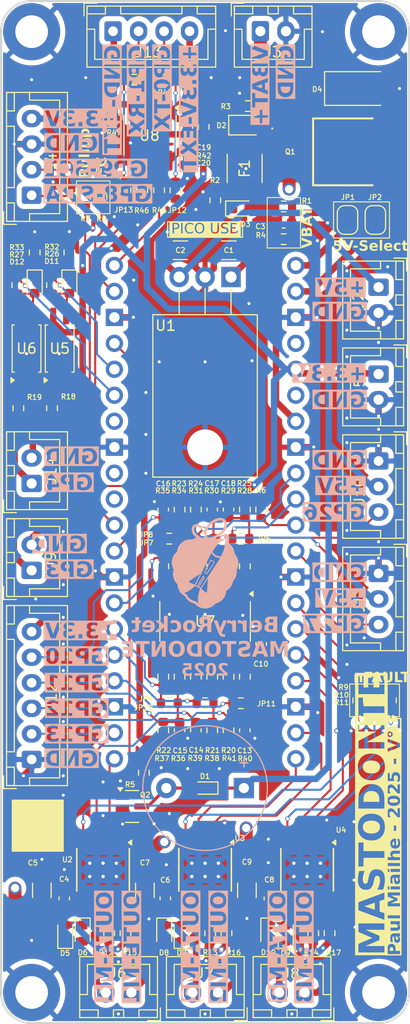
<source format=kicad_pcb>
(kicad_pcb (version 20240108) (generator "pcbnew") (generator_version "8.0")
  (title_block (title "BR-MOTOR : GPIO Sheet") (date "2025-02-23") (rev "V°1"))
  (layers (0 "F.Cu" signal) (1 "In1.Cu" signal) (2 "In2.Cu" signal) (31 "B.Cu" signal) (34 "B.Paste" user) (35 "F.Paste" user) (36 "B.SilkS" user "B.Silkscreen") (37 "F.SilkS" user "F.Silkscreen") (38 "B.Mask" user) (39 "F.Mask" user) (44 "Edge.Cuts" user))
  (net 0 "")
  (net 1 "Net-(BZ1--)")
  (net 2 "+5V")
  (net 3 "GND")
  (net 4 "Net-(D3-A)")
  (net 5 "/VCC_BAT")
  (net 6 "VCC")
  (net 7 "+3.3V")
  (net 8 "/GPIOSheet/IN_N6")
  (net 9 "/GPIOSheet/IN_N5")
  (net 10 "/GPIOSheet/IN_N4")
  (net 11 "/GPIOSheet/IN_N3")
  (net 12 "/GPIOSheet/IN_N2")
  (net 13 "/GPIOSheet/IN_N1")
  (net 14 "+3.3V-EXT")
  (net 15 "GNDD-EXT")
  (net 16 "Net-(D2-A)")
  (net 17 "Net-(D3-K)")
  (net 18 "+BATT")
  (net 19 "Net-(D5-A)")
  (net 20 "/MotorSheet/OUTA_M1")
  (net 21 "Net-(D7-A)")
  (net 22 "/MotorSheet/OUTA_M2")
  (net 23 "Net-(D10-K)")
  (net 24 "/MotorSheet/OUTA_M3")
  (net 25 "Net-(D11-K)")
  (net 26 "Net-(D11-A)")
  (net 27 "Net-(D12-A)")
  (net 28 "Net-(D12-K)")
  (net 30 "/IN1_M2")
  (net 31 "/IN1_M1")
  (net 32 "/SCL")
  (net 33 "/IN_BUZZ")
  (net 34 "/IN2_M3")
  (net 35 "/OUT_ISO_N4")
  (net 37 "Net-(J1-VBUS)")
  (net 39 "/OUT_N2")
  (net 40 "/IN_ISO_N1")
  (net 41 "+3V3")
  (net 42 "/nF_M1")
  (net 43 "/OUT_N3")
  (net 44 "Net-(J1-RUN)")
  (net 45 "/OUT_ISO_N3")
  (net 46 "/OUT_N1")
  (net 47 "/IN1_M3")
  (net 48 "/SDA")
  (net 49 "/IN2_M1")
  (net 50 "/OUT_N5")
  (net 52 "/nF_M3")
  (net 53 "/OUT_ISO_N2")
  (net 54 "/OUT_N4")
  (net 55 "Net-(J1-VSYS)")
  (net 57 "/OUT_N6")
  (net 58 "/nF_M2")
  (net 59 "/IN2_M2")
  (net 60 "/MotorSheet/OUTB_M3")
  (net 61 "/MotorSheet/OUTB_M1")
  (net 62 "/MotorSheet/OUTB_M2")
  (net 63 "GNDD-EXT2")
  (net 64 "/GPIOSheet/IN_ISO_N3")
  (net 65 "/GPIOSheet/OUT_ISO_N1")
  (net 66 "/GPIOSheet/IN_ISO_N2")
  (net 67 "GNDD-EXT3")
  (net 68 "/GPIOSheet/IN_ISO_N4")
  (net 69 "Net-(U2-ISEN)")
  (net 70 "Net-(U3-ISEN)")
  (net 71 "Net-(U4-ISEN)")
  (net 72 "Net-(U8-VOA)")
  (net 73 "Net-(U8-VIA)")
  (net 74 "Net-(U8-VIB)")
  (net 75 "Net-(U8-VOB)")
  (net 76 "Net-(U2-nFAULT)")
  (net 77 "Net-(U3-nFAULT)")
  (net 78 "Net-(U4-nFAULT)")
  (net 79 "Net-(R41-Pad2)")
  (net 80 "Net-(R18-Pad2)")
  (net 81 "Net-(R19-Pad2)")
  (net 82 "Net-(R28-Pad1)")
  (net 83 "Net-(R29-Pad2)")
  (net 84 "Net-(R30-Pad1)")
  (net 85 "Net-(R31-Pad2)")
  (net 86 "Net-(R34-Pad1)")
  (net 87 "Net-(R35-Pad2)")
  (net 88 "Net-(R36-Pad1)")
  (net 89 "Net-(R37-Pad2)")
  (net 90 "Net-(R38-Pad1)")
  (net 91 "Net-(R39-Pad2)")
  (net 92 "Net-(R40-Pad1)")
  (footprint "Package_TO_SOT_SMD:SOT-23" (layer "F.Cu") (at 125.118 129.393999)
    (property "Reference" "Q2")
    (property "Value" "BSS138" (hide yes))
  )
  (footprint "Resistor_SMD:R_0603_1608Metric" (layer "F.Cu") (at 137.768 100.343999 90)
    (property "Reference" "R6")
    (property "Value" "0R(NC)" (hide yes))
  )
  (footprint "Resistor_SMD:R_0603_1608Metric" (layer "F.Cu") (at 128.168 121.943999 90)
    (property "Reference" "R22")
    (property "Value" "10K" (hide yes))
  )
  (footprint "Capacitor_SMD:C_0603_1608Metric" (layer "F.Cu") (at 132.968 100.343999 90)
    (property "Reference" "C17")
    (property "Value" "1uF" (hide yes))
  )
  (footprint "Resistor_SMD:R_0603_1608Metric" (layer "F.Cu") (at 128.168 105.893999 -90)
    (property "Reference" "R35")
    (property "Value" "0R" (hide yes))
  )
  (footprint "Resistor_SMD:R_0603_1608Metric" (layer "F.Cu") (at 126.268 126.093999 -90)
    (property "Reference" "R5")
    (property "Value" "10k" (hide yes))
  )
  (footprint "Resistor_SMD:R_0603_1608Metric" (layer "F.Cu") (at 129.768 105.893999 90)
    (property "Reference" "R34")
    (property "Value" "10K" (hide yes))
  )
  (footprint "Jumper:SolderJumper-2_P1.3mm_Bridged_RoundedPad1.0x1.5mm" (layer "F.Cu") (at 148.958 72.013999 90)
    (property "Reference" "JP2")
    (property "Value" "SolderJumper_2_Bridged" (hide yes))
  )
  (footprint "Capacitor_SMD:C_0603_1608Metric" (layer "F.Cu") (at 130.5306 62.900199 -90)
    (property "Reference" "C19")
    (property "Value" "100nF" (hide yes))
  )
  (footprint "MountingHole:MountingHole_3.2mm_M3_DIN965_Pad" (layer "F.Cu") (at 115.268 53.593999)
    (property "Reference" "REF3" (hide yes))
    (property "Value" "MountingHole_3.2mm_M3_DIN965_Pad" (hide yes))
  )
  (footprint "Resistor_SMD:R_0603_1608Metric" (layer "F.Cu") (at 117.268 78.393999 90)
    (property "Reference" "R26")
    (property "Value" "0R" (hide yes))
  )
  (footprint "Capacitor_SMD:C_0603_1608Metric" (layer "F.Cu") (at 131.368 121.943999 -90)
    (property "Reference" "C14")
    (property "Value" "1uF" (hide yes))
  )
  (footprint "Resistor_SMD:R_0603_1608Metric" (layer "F.Cu") (at 118.968 75.193999 90)
    (property "Reference" "R32")
    (property "Value" "1k" (hide yes))
  )
  (footprint "Package_SO:SOIC-14_3.9x8.7mm_P1.27mm" (layer "F.Cu") (at 132.268 111.293999 -90)
    (property "Reference" "U7")
    (property "Value" "74HC14" (hide yes))
  )
  (footprint "Resistor_SMD:R_0603_1608Metric" (layer "F.Cu") (at 134.568 105.893999 -90)
    (property "Reference" "R29")
    (property "Value" "0R" (hide yes))
  )
  (footprint "Resistor_SMD:R_0603_1608Metric" (layer "F.Cu") (at 134.368 141.793999 -90)
    (property "Reference" "R16")
    (property "Value" "750R" (hide yes))
  )
  (footprint "LED_SMD:LED_0603_1608Metric" (layer "F.Cu") (at 129.968 141.793999 90)
    (property "Reference" "D7")
    (property "Value" "LED-R" (hide yes))
  )
  (footprint "Resistor_SMD:R_0603_1608Metric" (layer "F.Cu") (at 131.368 116.693999 90)
    (property "Reference" "R39")
    (property "Value" "0R" (hide yes))
  )
  (footprint "Resistor_SMD:R_0603_1608Metric" (layer "F.Cu") (at 136.168 105.893999 90)
    (property "Reference" "R28")
    (property "Value" "10K" (hide yes))
  )
  (footprint "Resistor_SMD:R_0603_1608Metric" (layer "F.Cu") (at 136.458 60.873999 180)
    (property "Reference" "R3")
    (property "Value" "0R" (hide yes))
  )
  (footprint "Diode_SMD:D_SMA" (layer "F.Cu") (at 147.489 59.153999)
    (property "Reference" "D4")
    (property "Value" "SMAJ14A" (hide yes))
  )
  (footprint "Resistor_SMD:R_0603_1608Metric" (layer "F.Cu") (at 132.268 119.293999 180)
    (property "Reference" "JP10")
    (property "Value" "0R(NC)" (hide yes))
  )
  (footprint "Package_SO:SOIC-8_3.9x4.9mm_P1.27mm" (layer "F.Cu") (at 126.873 63.737199 -90)
    (property "Reference" "U8")
    (property "Value" "ADuM1281" (hide yes))
  )
  (footprint "Capacitor_SMD:C_0603_1608Metric" (layer "F.Cu") (at 136.168 121.943999 -90)
    (property "Reference" "C13")
    (property "Value" "1uF" (hide yes))
  )
  (footprint "Resistor_SMD:R_0603_1608Metric" (layer "F.Cu") (at 139.968 73.893999 180)
    (property "Reference" "R4")
    (property "Value" "2k" (hide yes))
  )
  (footprint "Resistor_SMD:R_0603_1608Metric" (layer "F.Cu") (at 124.468 141.793999 -90)
    (property "Reference" "R15")
    (property "Value" "750R" (hide yes))
  )
  (footprint "Capacitor_SMD:C_1206_3216Metric" (layer "F.Cu") (at 134.5946 74.978199 180)
    (property "Reference" "C1")
    (property "Value" "220nF" (hide yes))
  )
  (footprint "Capacitor_SMD:C_0603_1608Metric" (layer "F.Cu") (at 128.168 100.343999 90)
    (property "Reference" "C16")
    (property "Value" "1uF" (hide yes))
  )
  (footprint "MountingHole:MountingHole_3.2mm_M3_DIN965_Pad" (layer "F.Cu") (at 149.268 53.593999)
    (property "Reference" "REF4" (hide yes))
    (property "Value" "MountingHole_3.2mm_M3_DIN965_Pad" (hide yes))
  )
  (footprint "Resistor_SMD:R_0603_1608Metric" (layer "F.Cu") (at 128.168 116.693999 90)
    (property "Reference" "R37")
    (property "Value" "0R" (hide yes))
  )
  (footprint "Resistor_SMD:R_0603_1608Metric" (layer "F.Cu") (at 129.768 100.343999 -90)
    (property "Reference" "R23")
    (property "Value" "10K" (hide yes))
  )
  (footprint "Diode_SMD:D_SOD-523" (layer "F.Cu") (at 132.268 127.593999 180)
    (property "Reference" "D1")
    (property "Value" "1N4148WT" (hide yes))
  )
  (footprint "Resistor_SMD:R_0603_1608Metric" (layer "F.Cu") (at 132.768 141.793999 90)
    (property "Reference" "R13")
    (property "Value" "0R" (hide yes))
  )
  (footprint "Resistor_SMD:R_0603_1608Metric" (layer "F.Cu") (at 123.317 61.527399 -90)
    (property "Reference" "R47")
    (property "Value" "0R(NC)" (hide yes))
  )
  (footprint "Connector_JST:JST_XH_B2B-XH-A_1x02_P2.50mm_Vertical" (layer "F.Cu") (at 149.268 78.593999 -90)
    (property "Reference" "J2")
    (property "Value" "Conn_01x02" (hide yes))
  )
  (footprint "Capacitor_SMD:C_0603_1608Metric" (layer "F.Cu") (at 118.468 138.393999 90)
    (property "Reference" "C4")
    (property "Value" "100nF" (hide yes))
  )
  (footprint "Resistor_SMD:R_0603_1608Metric" (layer "F.Cu") (at 135.768 103.193999 180)
    (property "Reference" "JP6")
    (property "Value" "0R(NC)" (hide yes))
  )
  (footprint "Capacitor_SMD:C_0603_1608Metric" (layer "F.Cu") (at 138.568 138.393999 -90)
    (property "Reference" "C8")
    (property "Value" "100nF" (hide yes))
  )
  (footprint "Resistor_SMD:R_0603_1608Metric" (layer "F.Cu") (at 120.518 69.763999 -90)
    (property "Reference" "R7")
    (property "Value" "4K7" (hide yes))
  )
  (footprint "Resistor_SMD:R_0603_1608Metric" (layer "F.Cu") (at 126.111 69.096599 -90)
    (property "Reference" "R46")
    (property "Value" "0R" (hide yes))
  )
  (footprint "MountingHole:MountingHole_3.2mm_M3_DIN965_Pad" (layer "F.Cu") (at 149.268 147.593999)
    (property "Reference" "REF2" (hide yes))
    (property "Value" "MountingHole_3.2mm_M3_DIN965_Pad" (hide yes))
  )
  (footprint "Capacitor_SMD:C_0603_1608Metric" (layer "F.Cu") (at 139.968 72.293999 180)
    (property "Reference" "C3")
    (property "Value" "1uF" (hide yes))
  )
  (footprint "Connector_JST:JST_XH_B2B-XH-A_1x02_P2.50mm_Vertical" (layer "F.Cu") (at 115.268 97.793999 90)
    (property "Reference" "J14")
    (property "Value" "Conn_01x02" (hide yes))
  )
  (footprint "LED_SMD:LED_0603_1608Metric" (layer "F.Cu") (at 120.268 141.793999 -90)
    (property "Reference" "D6")
    (property "Value" "LED-G" (hide yes))
  )
  (footprint "Resistor_SMD:R_0603_1608Metric" (layer "F.Cu") (at 122.868 141.793999 90)
    (property "Reference" "R12")
    (property "Value" "0R" (hide yes))
  )
  (footprint "Resistor_SMD:R_0603_1608Metric" (layer "F.Cu") (at 150.478 119.013999 -90)
    (property "Reference" "R11")
    (property "Value" "0R" (hide yes))
  )
  (footprint "Resistor_SMD:R_0603_1608Metric" (layer "F.Cu") (at 115.568 75.193999 90)
    (property "Reference" "R33")
    (property "Value" "1k" (hide yes))
  )
  (footprint "Connector_JST:JST_XH_B3B-XH-A_1x03_P2.50mm_Vertical" (layer "F.Cu") (at 149.268 95.593999 -90)
    (property "Reference" "J10")
    (property "Value" "Conn_01x03" (hide yes))
  )
  (footprint "Resistor_SMD:R_0603_1608Metric" (layer "F.Cu") (at 124.468 69.093999 -90)
    (property "Reference" "JP13")
    (property "Value" "0R(NC)" (hide yes))
  )
  (footprint "Resistor_SMD:R_0603_1608Metric" (layer "F.Cu") (at 134.568 121.943999 90)
    (property "Reference" "R20")
    (property "Value" "10K" (hide yes))
  )
  (footprint "RP-Pico Libraries:RPi_Pico_TH" (layer "F.Cu") (at 132.268 100.593999)
    (property "Reference" "J1" (hide yes))
    (property "Value" "22850120ANG1SYA01" (hide yes))
  )
  (footprint "Connector_JST:JST_XH_B4B-XH-A_1x04_P2.50mm_Vertical" (layer "F.Cu") (at 123.25 53.548999)
    (property "Reference" "J13")
    (property "Value" "Conn_01x04" (hide yes))
  )
  (footprint "Resistor_SMD:R_0603_1608Metric" (layer "F.Cu") (at 131.368 105.893999 -90)
    (property "Reference" "R31")
    (property "Value" "0R" (hide yes))
  )
  (footprint "Package_SO:Texas_HTSOP-8-1EP_3.9x4.9mm_P1.27mm_EP2.95x4.9mm_Mask2.4x3.1mm_ThermalVias" (layer "F.Cu") (at 132.268 135.593999 -90)
    (property "Reference" "U3")
    (property "Value" "DRV8872DDA" (hide yes))
  )
  (footprint "Diode_SMD:D_0805_2012Metric" (layer "F.Cu") (at 136.271 62.735399)
    (property "Reference" "D2")
    (property "Value" "(NC)" (hide yes))
  )
  (footprint "Resistor_SMD:R_0603_1608Metric" (layer "F.Cu") (at 144.468 141.793999 -90)
    (property "Reference" "R17")
    (property "Value" "750R" (hide yes))
  )
  (footprint "LED_SMD:LED_0603_1608Metric" (layer "F.Cu") (at 115.568 78.393999 -90)
    (property "Reference" "D12")
    (property "Value" "LED-R" (hide yes))
  )
  (footprint "Resistor_SMD:R_0603_1608Metric" (layer "F.Cu") (at 136.168 116.693999 -90)
    (property "Reference" "R40")
    (property "Value" "10K" (hide yes))
  )
  (footprint "Resistor_SMD:R_0603_1608Metric" (layer "F.Cu") (at 117.268 90.443999 90)
    (property "Reference" "R18")
    (property "Value" "470R" (hide yes))
  )
  (footprint "Package_SO:Texas_HTSOP-8-1EP_3.9x4.9mm_P1.27mm_EP2.95x4.9mm_Mask2.4x3.1mm_ThermalVias" (layer "F.Cu") (at 142.268 135.593999 -90)
    (property "Reference" "U4")
    (property "Value" "DRV8872DDA" (hide yes))
  )
  (footprint "Resistor_SMD:R_0603_1608Metric" (layer "F.Cu") (at 132.968 116.693999 -90)
    (property "Reference" "R38")
    (property "Value" "10K" (hide yes))
  )
  (footprint "MountingHole:MountingHole_3.2mm_M3_DIN965_Pad" (layer "F.Cu") (at 115.268 147.593999)
    (property "Reference" "REF1" (hide yes))
    (property "Value" "MountingHole_3.2mm_M3_DIN965_Pad" (hide yes))
  )
  (footprint "Resistor_SMD:R_0603_1608Metric" (layer "F.Cu") (at 147.278 119.013999 -90)
    (property "Reference" "R9")
    (property "Value" "0R" (hide yes))
  )
  (footprint "LED_SMD:LED_0603_1608Metric" (layer "F.Cu") (at 118.968 78.393999 -90)
    (property "Reference" "D11")
    (property "Value" "LED-R" (hide yes))
  )
  (footprint "Connector_JST:JST_XH_B2B-XH-A_1x02_P2.50mm_Vertical" (layer "F.Cu") (at 137.688 53.548999)
    (property "Reference" "J3")
    (property "Value" "Conn_01x02" (hide yes))
  )
  (footprint "Resistor_SMD:R_0603_1608Metric" (layer "F.Cu") (at 128.768 119.293999 180)
    (property "Reference" "JP9")
    (property "Value" "0R(NC)" (hide yes))
  )
  (footprint "Connector_JST:JST_XH_B2B-XH-A_1x02_P2.50mm_Vertical" (layer "F.Cu") (at 142.038 147.593999 180)
    (property "Reference" "J8")
    (property "Value" "Conn_01x02" (hide yes))
  )
  (footprint "LED_SMD:LED_0603_1608Metric" (layer "F.Cu") (at 135.768 70.893999)
    (property "Reference" "D3")
    (property "Value" "LED-B" (hide yes))
  )
  (footprint "Resistor_SMD:R_0603_1608Metric" (layer "F.Cu") (at 129.3622 69.110799 -90)
    (property "Reference" "JP12")
    (property "Value" "0R(NC)" (hide yes))
  )
  (footprint "Resistor_SMD:R_0603_1608Metric" (layer "F.Cu") (at 132.968 105.893999 90)
    (property "Reference" "R30")
    (property "Value" "10K" (hide yes))
  )
  (footprint "Resistor_SMD:R_0603_1608Metric" (layer "F.Cu") (at 125.3236 58.290399)
    (property "Reference" "R45")
    (property "Value" "0R" (hide yes))
  )
  (footprint "Capacitor_SMD:C_1206_3216Metric" (layer "F.Cu") (at 136.368 137.593999 -90)
    (property "Reference" "C9")
    (property "Value" "47uF" (hide yes))
  )
  (footprint "LED_SMD:LED_0603_1608Metric" (layer "F.Cu") (at 140.168 141.793999 90)
    (property "Reference" "D9")
    (property "Value" "LED-R" (hide yes))
  )
  (footprint "Library:TO-220-3_Horizontal_TabDown" (layer "F.Cu") (at 134.808 77.593999 180)
    (property "Reference" "U1")
    (property "Value" "LM340AT" (hide yes))
  )
  (footprint "LED_SMD:LED_0603_1608Metric" (layer "F.Cu") (at 138.468 141.793999 -90)
    (property "Reference" "D10")
    (property "Value" "LED-G" (hide yes))
  )
  (footprint "Connector_JST:JST_XH_B2B-XH-A_1x02_P2.50mm_Vertical" (layer "F.Cu") (at 115.268 106.293999 90)
    (property "Reference" "J9")
    (property "Value" "Conn_01x02" (hide yes))
  )
  (footprint "Library:SQD50P0413L_T4GE3" (layer "F.Cu") (at 144.695 65.351599 -90)
    (property "Reference" "Q1")
    (property "Value" "SQD50P04-13L_T4GE3" (hide yes))
  )
  (footprint "Capacitor_SMD:C_1206_3216Metric" (layer "F.Cu") (at 129.8466 74.978199)
    (property "Reference" "C2")
    (property "Value" "100nF" (hide yes))
  )
  (footprint "LED_SMD:LED_0603_1608Metric" (layer "F.Cu") (at 128.268 141.793999 -90)
    (property "Reference" "D8")
    (property "Value" "LED-G" (hide yes))
  )
  (footprint "Connector_JST:JST_XH_B2B-XH-A_1x02_P2.50mm_Vertical" (layer "F.Cu") (at 125.038 147.593999 180)
    (property "Reference" "J6")
    (property "Value" "Conn_01x02" (hide yes))
  )
  (footprint "Connector_JST:JST_XH_B2B-XH-A_1x02_P2.50mm_Vertical" (layer "F.Cu") (at 133.538 147.593999 180)
    (property "Reference" "J7")
    (property "Value" "Conn_01x02" (hide yes))
  )
  (footprint "Resistor_SMD:R_0603_1608Metric" (layer "F.Cu") (at 127.762 69.096599 -90)
    (property "Reference" "R44")
    (property "Value" "0R" (hide yes))
  )
  (footprint "Resistor_SMD:R_0603_1608Metric" (layer "F.Cu") (at 128.768 103.193999 180)
    (property "Reference" "JP8")
    (property "Value" "0R(NC)" (hide yes))
  )
  (footprint "Resistor_SMD:R_0603_1608Metric" (layer "F.Cu") (at 139.968 70.693999)
    (property "Reference" "R1")
    (property "Value" "10k" (hide yes))
  )
  (footprint "Fuse:Fuse_1812_4532Metric" (layer "F.Cu") (at 136.144 66.977199 -90)
    (property "Reference" "F1")
    (property "Value" "1812L260/16MR" (hide yes))
  )
  (footprint "Capacitor_SMD:C_0603_1608Metric" (layer "F.Cu") (at 129.768 121.943999 -90)
    (property "Reference" "C15")
    (property "Value" "1uF" (hide yes))
  )
  (footprint "Resistor_SMD:R_0603_1608Metric" (layer "F.Cu") (at 134.568 116.693999 90)
    (property "Reference" "R41")
    (property "Value" "0R" (hide yes))
  )
  (footprint "Resistor_SMD:R_0603_1608Metric" (layer "F.Cu") (at 135.768 119.293999 180)
    (property "Reference" "JP11")
    (property "Value" "0R(NC)" (hide yes))
  )
  (footprint "Resistor_SMD:R_0603_1608Metric" (layer "F.Cu") (at 148.878 119.013999 -90)
    (property "Reference" "R10")
    (property "Value" "0R" (hide yes))
  )
  (footprint "Resistor_SMD:R_0603_1608Metric" (layer "F.Cu") (at 133.268 70.093999 90)
    (property "Reference" "R2")
    (property "Value" "1k" (hide yes))
  )
  (footprint "LED_SMD:LED_0603_1608Metric" (layer "F.Cu") (at 118.568 141.793999 90)
    (property "Reference" "D5")
    (property "Value" "LED-R" (hide yes))
  )
  (footprint "Capacitor_SMD:C_0603_1608Metric" (layer "F.Cu") (at 130.5306 65.986599 -90)
    (property "Reference" "C20")
    (property "Value" "100nF" (hide yes))
  )
  (footprint "Resistor_SMD:R_0603_1608Metric" (layer "F.Cu") (at 113.968 90.443999 90)
    (property "Reference" "R19")
    (property "Value" "470R" (hide yes))
  )
  (footprint "Connector_JST:JST_XH_B3B-XH-A_1x03_P2.50mm_Vertical" (layer "F.Cu") (at 149.268 106.593999 -90)
    (property "Reference" "J11")
    (property "Value" "Conn_01x03" (hide yes))
  )
  (footprint "Resistor_SMD:R_0603_1608Metric" (layer "F.Cu") (at 122.118 69.763999 -90)
    (property "Reference" "R8")
    (property "Value" "4K7" (hide yes))
  )
  (footprint "Resistor_SMD:R_0603_1608Metric" (layer "F.Cu") (at 113.868 78.393999 90)
    (property "Reference" "R27")
    (property "Value" "0R" (hide yes))
  )
  (footprint "Package_SO:SOP-4_4.4x2.6mm_P1.27mm" (layer "F.Cu") (at 114.768 84.593999 90)
    (property "Reference" "U6")
    (property "Value" "ACPL-214-500E" (hide yes))
  )
  (footprint "Capacitor_SMD:C_0603_1608Metric" (layer "F.Cu") (at 137.768 113.493999 90)
    (property "Reference" "C10")
    (property "Value" "100nF" (hide yes))
  )
  (footprint "Resistor_SMD:R_0603_1608Metric" (layer "F.Cu") (at 132.1308 62.914399 -90)
    (property "Reference" "R42")
    (property "Value" "0R(NC)" (hide yes))
  )
  (footprint "Package_SO:SOP-4_4.4x2.6mm_P1.27mm" (layer "F.Cu") (at 118.018 84.593999 90)
    (property "Reference" "U5")
    (property "Value" "ACPL-214-500E" (hide yes))
  )
  (footprint "Resistor_SMD:R_0603_1608Metric" (layer "F.Cu") (at 131.368 100.343999 -90)
    (property "Reference" "R24")
    (property "Value" "10K" (hide yes))
  )
  (footprint "Resistor_SMD:R_0603_1608Metric" (layer "F.Cu") (at 128.397 58.290399 180)
    (property "Reference" "R43")
    (property "Value" "0R" (hide yes))
  )
  (footprint "Resistor_SMD:R_0603_1608Metric" (layer "F.Cu") (at 132.268 103.193999 180)
    (property "Reference" "JP7")
    (property "Value" "0R(NC)" (hide yes))
  )
  (footprint "Resistor_SMD:R_0603_1608Metric" (layer "F.Cu") (at 136.168 100.343999 -90)
    (property "Reference" "R25")
    (property "Value" "10K" (hide yes))
  )
  (footprint "Capacitor_SMD:C_0603_1608Metric" (layer "F.Cu") (at 134.568 100.343999 90)
    (property "Reference" "C18")
    (property "Value" "1uF" (hide yes))
  )
  (footprint "Capacitor_SMD:C_1206_3216Metric" (layer "F.Cu") (at 116.268 137.593999 90)
    (property "Reference" "C5")
    (property "Value" "47uF" (hide yes))
  )
  (footprint "Resistor_SMD:R_0603_1608Metric" (layer "F.Cu") (at 142.868 141.793999 90)
    (property "Reference" "R14")
    (property "Value" "0R" (hide yes))
  )
  (footprint "Connector_JST:JST_XH_B4B-XH-A_1x04_P2.50mm_Vertical" (layer "F.Cu") (at 115.268 69.593999 90)
    (property "Reference" "J4")
    (property "Value" "Conn_01x04" (hide yes))
  )
  (footprint "Capacitor_SMD:C_1206_3216Metric" (layer "F.Cu") (at 126.368 137.593999 -90)
    (property "Reference" "C7")
    (property "Value" "47uF" (hide yes))
  )
  (footprint "Jumper:SolderJumper-2_P1.3mm_Open_RoundedPad1.0x1.5mm" (layer "F.Cu") (at 146.228 72.013999 90)
    (property "Reference" "JP1")
    (property "Value" "SolderJumper_2_Open" (hide yes))
  )
  (footprint "Resistor_SMD:R_0603_1608Metric" (layer "F.Cu") (at 132.968 121.943999 90)
    (property "Reference" "R21")
    (property "Value" "10K" (hide yes))
  )
  (footprint "Resistor_SMD:R_0603_1608Metric" (layer "F.Cu") (at 129.768 116.693999 -90)
    (property "Reference" "R36")
    (property "Value" "10K" (hide yes))
  )
  (footprint "Capacitor_SMD:C_0603_1608Metric" (layer "F.Cu") (at 128.368 138.393999 -90)
    (property "Reference" "C6")
    (property "Value" "100nF" (hide yes))
  )
  (footprint "Connector_JST:JST_XH_B6B-XH-A_1x06_P2.50mm_Vertical" (layer "F.Cu") (at 115.268 124.793999 90)
    (property "Reference" "J12")
    (property "Value" "Conn_01x06" (hide yes))
  )
  (footprint "Connector_JST:JST_XH_B2B-XH-A_1x02_P2.50mm_Vertical" (layer "F.Cu") (at 149.268 87.093999 -90)
    (property "Reference" "J5")
    (property "Value" "Conn_01x02" (hide yes))
  )
  (footprint "Package_SO:Texas_HTSOP-8-1EP_3.9x4.9mm_P1.27mm_EP2.95x4.9mm_Mask2.4x3.1mm_ThermalVias" (layer "F.Cu") (at 122.268 135.593999 -90)
    (property "Reference" "U2")
    (property "Value" "DRV8872DDA" (hide yes))
  )
  (footprint "Buzzer_Beeper:Buzzer_12x9.5RM7.6" (layer "B.Cu") (at 136.068 127.593999 180)
    (property "Reference" "BZ1" (hide yes))
    (property "Value" "Buzzer" (hide yes))
  )
  (footprint "LOGO" (layer "B.Cu") (at 132.268 105.593999 180)
    (property "Reference" "G***" (hide yes))
    (property "Value" "LOGO" (hide yes))
  )
  (gr_rect (start 138.3545 69.820199) (end 141.618 74.755299) (stroke (width 0.1)) (fill none) (layer "F.SilkS"))
  (gr_rect (start 119.67 68.193999) (end 122.9435 71.401599) (stroke (width 0.1)) (fill none) (layer "F.SilkS"))
  (gr_rect (start 146.441 117.417999) (end 151.3178 120.603999) (stroke (width 0.1)) (fill none) (layer "F.SilkS"))
  (gr_rect (start 144.8545 70.246449) (end 150.338 73.781549) (stroke (width 0.1)) (fill none) (layer "F.SilkS"))
  (gr_rect (start 113.368 128.773999) (end 118.368 133.773999) (stroke (width 0.1)) (fill solid) (layer "F.SilkS"))
  (gr_line (start 152.268 147.593999) (end 152.268 53.593999) (stroke (width 0.2)) (layer "Edge.Cuts"))
  (gr_line (start 112.268 53.594) (end 112.268 147.593998) (stroke (width 0.2)) (layer "Edge.Cuts"))
  (gr_line (start 149.268 50.593999) (end 115.268001 50.593999) (stroke (width 0.2)) (layer "Edge.Cuts"))
  (gr_line (start 115.268001 150.593999) (end 149.268 150.593999) (stroke (width 0.2)) (layer "Edge.Cuts"))
  (gr_arc (start 149.268 50.593999) (mid 151.38932 51.472679) (end 152.268 53.593999) (stroke (width 0.2)) (layer "Edge.Cuts"))
  (gr_arc (start 115.268001 150.593999) (mid 113.14668 149.715319) (end 112.268 147.593998) (stroke (width 0.2)) (layer "Edge.Cuts"))
  (gr_arc (start 112.268 53.594) (mid 113.14668 51.472679) (end 115.268001 50.593999) (stroke (width 0.2)) (layer "Edge.Cuts"))
  (gr_arc (start 152.268 147.593999) (mid 151.38932 149.715319) (end 149.268 150.593999) (stroke (width 0.2)) (layer "Edge.Cuts"))
  (gr_text "GND" (at 116.568 125.693999 0) (layer "B.SilkS" knockout) (effects (font (size 1.5 1.5) (thickness 0.2) (bold yes)) (justify right bottom mirror)))
  (gr_text "GND-EXT" (at 124.168 54.893999 90) (layer "B.SilkS" knockout) (effects (font (size 1.5 1.5) (thickness 0.2) (bold yes)) (justify left bottom mirror)))
  (gr_text "GP13" (at 116.568 123.293999 0) (layer "B.SilkS" knockout) (effects (font (size 1.5 1.5) (thickness 0.2) (bold yes)) (justify right bottom mirror)))
  (gr_text "GP12" (at 116.568 120.793999 0) (layer "B.SilkS" knockout) (effects (font (size 1.5 1.5) (thickness 0.2) (bold yes)) (justify right bottom mirror)))
  (gr_text "GND" (at 148.068 107.493999 0) (layer "B.SilkS" knockout) (effects (font (size 1.5 1.5) (thickness 0.2) (bold yes)) (justify left bottom mirror)))
  (gr_text "GND" (at 116.568 96.143999 0) (layer "B.SilkS" knockout) (effects (font (size 1.5 1.5) (thickness 0.2) (bold yes)) (justify right bottom mirror)))
  (gr_text "GP27" (at 148.068 112.493999 0) (layer "B.SilkS" knockout) (effects (font (size 1.5 1.5) (thickness 0.2) (bold yes)) (justify left bottom mirror)))
  (gr_text "GP8-SDA" (at 116.568 69.593999 0) (layer "B.SilkS" knockout) (effects (font (size 1.5 1.5) (thickness 0.2) (bold yes)) (justify right mirror)))
  (gr_text "GP0-TX" (at 129.068 54.893999 90) (layer "B.SilkS" knockout) (effects (font (size 1.5 1.5) (thickness 0.2) (bold yes)) (justify left bottom mirror)))
  (gr_text "GP10" (at 116.568 115.693999 0) (layer "B.SilkS" knockout) (effects (font (size 1.5 1.5) (thickness 0.2) (bold yes)) (justify right bottom mirror)))
  (gr_text "+5V" (at 148.068 98.993999 0) (layer "B.SilkS" knockout) (effects (font (size 1.5 1.5) (thickness 0.2) (bold yes)) (justify left bottom mirror)))
  (gr_text "GND" (at 141.168 54.893999 90) (layer "B.SilkS" knockout) (effects (font (size 1.5 1.5) (thickness 0.2) (bold yes)) (justify left bottom mirror)))
  (gr_text "GND" (at 148.068 81.993999 0) (layer "B.SilkS" knockout) (effects (font (size 1.5 1.5) (thickness 0.2) (bold yes)) (justify left bottom mirror)))
  (gr_text "VBAT+\n" (at 138.668 54.893999 90) (layer "B.SilkS" knockout) (effects (font (size 1.5 1.5) (thickness 0.2) (bold yes)) (justify left bottom mirror)))
  (gr_text "+3.3V" (at 116.568 113.193999 0) (layer "B.SilkS" knockout) (effects (font (size 1.5 1.5) (thickness 0.2) (bold yes)) (justify right bottom mirror)))
  (gr_text "GP1-RX" (at 126.568 54.893999 90) (layer "B.SilkS" knockout) (effects (font (size 1.5 1.5) (thickness 0.2) (bold yes)) (justify left bottom mirror)))
  (gr_text "+5V" (at 148.068 79.593999 0) (layer "B.SilkS" knockout) (effects (font (size 1.5 1.5) (thickness 0.2) (bold yes)) (justify left bottom mirror)))
  (gr_text "2025" (at 132.268 116.093999 0) (layer "B.SilkS") (effects (font (size 1.2 1.2) (thickness 0.2) (bold yes)) (justify mirror)))
  (gr_text "OUTA-M3" (at 140.368 137.693999 90) (layer "B.SilkS" knockout) (effects (font (size 1.5 1.5) (thickness 0.2) (bold yes)) (justify left bottom mirror)))
  (gr_text "GP26" (at 148.068 101.593999 0) (layer "B.SilkS" knockout) (effects (font (size 1.5 1.5) (thickness 0.2) (bold yes)) (justify left bottom mirror)))
  (gr_text "OUTB-M3" (at 142.968 137.693999 90) (layer "B.SilkS" knockout) (effects (font (size 1.5 1.5) (thickness 0.2) (bold yes)) (justify left bottom mirror)))
  (gr_text "+3.3V" (at 148.068 87.993999 0) (layer "B.SilkS" knockout) (effects (font (size 1.5 1.5) (thickness 0.2) (bold yes)) (justify left bottom mirror)))
  (gr_text "GP4" (at 116.568 98.693999 0) (layer "B.SilkS" knockout) (effects (font (size 1.5 1.5) (thickness 0.2) (bold yes)) (justify right bottom mirror)))
  (gr_text "GP11" (at 116.568 118.293999 0) (layer "B.SilkS" knockout) (effects (font (size 1.5 1.5) (thickness 0.2) (bold yes)) (justify right bottom mirror)))
  (gr_text "OUTA-M2" (at 131.868 137.693999 90) (layer "B.SilkS" knockout) (effects (font (size 1.5 1.5) (thickness 0.2) (bold yes)) (justify left bottom mirror)))
  (gr_text "GND" (at 116.568 65.493999 0) (layer "B.SilkS" knockout) (effects (font (size 1.5 1.5) (thickness 0.2) (bold yes)) (justify right bottom mirror)))
  (gr_text "MASTODONTE\n" (at 132.268 114.993999 0) (layer "B.SilkS") (effects (font (size 1.5 1.5) (thickness 0.2) (bold yes)) (justify bottom mirror)))
  (gr_text "+5V" (at 148.068 109.993999 0) (layer "B.SilkS" knockout) (effects (font (size 1.5 1.5) (thickness 0.2) (bold yes)) (justify left bottom mirror)))
  (gr_text "GND" (at 148.068 90.593999 0) (layer "B.SilkS" knockout) (effects (font (size 1.5 1.5) (thickness 0.2) (bold yes)) (justify left bottom mirror)))
  (gr_text "OUTB-M1" (at 126.068 137.693999 90) (layer "B.SilkS" knockout) (effects (font (size 1.5 1.5) (thickness 0.2) (bold yes)) (justify left bottom mirror)))
  (gr_text "OUTA-M1" (at 123.368 137.693999 90) (layer "B.SilkS" knockout) (effects (font (size 1.5 1.5) (thickness 0.2) (bold yes)) (justify left bottom mirror)))
  (gr_text "OUTB-M2" (at 134.568 137.693999 90) (layer "B.SilkS" knockout) (effects (font (size 1.5 1.5) (thickness 0.2) (bold yes)) (justify left bottom mirror)))
  (gr_text "+3.3V" (at 116.568 63.093999 0) (layer "B.SilkS" knockout) (effects (font (size 1.5 1.5) (thickness 0.2) (bold yes)) (justify right bottom mirror)))
  (gr_text "+3.3V-EXT" (at 131.668 54.893999 90) (layer "B.SilkS" knockout) (effects (font (size 1.5 1.5) (thickness 0.2) (bold yes)) (justify left bottom mirror)))
  (gr_text "GP9-SCL" (at 116.568 67.993999 0) (layer "B.SilkS" knockout) (effects (font (size 1.5 1.5) (thickness 0.2) (bold yes)) (justify right bottom mirror)))
  (gr_text "GP3" (at 116.568 107.193999 0) (layer "B.SilkS" knockout) (effects (font (size 1.5 1.5) (thickness 0.2) (bold yes)) (justify right bottom mirror)))
  (gr_text "GND" (at 120.618 104.693999 0) (layer "B.SilkS" knockout) (effects (font (size 1.5 1.5) (thickness 0.2) (bold yes)) (justify left bottom mirror)))
  (gr_text "GND" (at 148.068 96.493999 0) (layer "B.SilkS" knockout) (effects (font (size 1.5 1.5) (thickness 0.2) (bold yes)) (justify left bottom mirror)))
  (gr_text "BerryRocket" (at 132.268 112.593999 0) (layer "B.SilkS") (effects (font (size 1.5 1.5) (thickness 0.3) (bold yes)) (justify bottom mirror)))
  (gr_text "Paul Miailhe - 2025 - V°1" (at 151.568 143.993999 90) (layer "F.SilkS" knockout) (effects (font (size 1.2 1.2) (thickness 0.2) (bold yes)) (justify left bottom)))
  (gr_text "Pullup \nI²C" (at 122.768 67.993999 90) (layer "F.SilkS") (effects (font (size 1 1) (thickness 0.25) (bold yes)) (justify left bottom)))
  (gr_text "VBAT" (at 142.898 74.803999 90) (layer "F.SilkS") (effects (font (size 1 1) (thickness 0.25) (bold yes)) (justify left bottom)))
  (gr_text "|PICO USB|" (at 132.268 73.493999 0) (layer "F.SilkS" knockout) (effects (font (size 1 1) (thickness 0.1)) (justify bottom)))
  (gr_text "5V-Select" (at 144.768 75.193999 0) (layer "F.SilkS") (effects (font (size 1 1) (thickness 0.25) (bold yes)) (justify left bottom)))
  (gr_text "MASTODONTE\n" (at 150.268 143.993999 90) (layer "F.SilkS" knockout) (effects (font (size 2.5 2.5) (thickness 0.2) (bold yes)) (justify left bottom)))
  (gr_text "nFAULT" (at 146.788 117.403999 0) (layer "F.SilkS") (effects (font (size 1 1) (thickness 0.25) (bold yes)) (justify left bottom)))
  (segment (start 126.668 129.393999) (end 128.468 127.593999) (width 0.3048) (layer "F.Cu") (net 1))
  (segment (start 128.168 127.593999) (end 131.2146 127.593999) (width 0.3048) (layer "F.Cu") (net 1))
  (segment (start 126.0555 129.393999) (end 126.668 129.393999) (width 0.3048) (layer "F.Cu") (net 1))
  (segment (start 131.2146 127.593999) (end 131.2276 127.606999) (width 0.3048) (layer "F.Cu") (net 1))
  (segment (start 141.968 71.323999) (end 146.188 71.323999) (width 0.635) (layer "F.Cu") (net 2))
  (segment (start 146.228 71.363999) (end 148.958 71.363999) (width 0.635) (layer "F.Cu") (net 2))
  (segment (start 129.728 77.593999) (end 128.3716 76.237599) (width 0.635) (layer "F.Cu") (net 2))
  (segment (start 128.3716 76.237599) (end 128.3716 74.978199) (width 0.635) (layer "F.Cu") (net 2))
  (segment (start 146.188 71.323999) (end 146.228 71.363999) (width 0.635) (layer "F.Cu") (net 2))
  (segment (start 132.968 127.593999) (end 136.068 127.593999) (width 0.3048) (layer "F.Cu") (net 2))
  (via (at 141.968 71.323999) (size 0.6) (drill 0.3) (layers "F.Cu" "B.Cu") (net 2))
  (segment (start 141.968 71.323999) (end 144.378 73.733999) (width 0.635) (layer "B.Cu") (net 2))
  (segment (start 143.148 126.693999) (end 136.968 126.693999) (width 0.635) (layer "B.Cu") (net 2))
  (segment (start 144.378 93.903999) (end 148.568 98.093999) (width 0.635) (layer "B.Cu") (net 2))
  (segment (start 144.378 73.733999) (end 144.378 93.363999) (width 0.635) (layer "B.Cu") (net 2))
  (segment (start 144.378 93.363999) (end 144.378 93.903999) (width 0.635) (layer "B.Cu") (net 2))
  (segment (start 144.378 104.873999) (end 148.598 109.093999) (width 0.635) (layer "B.Cu") (net 2))
  (segment (start 141.968 71.323999) (end 135.998 71.323999) (width 0.635) (layer "B.Cu") (net 2))
  (segment (start 135.998 71.323999) (end 129.728 77.593999) (width 0.635) (layer "B.Cu") (net 2))
  (segment (start 144.378 93.363999) (end 144.378 104.873999) (width 0.635) (layer "B.Cu") (net 2))
  (segment (start 149.268 78.573999) (end 149.268 78.593999) (width 0.635) (layer "B.Cu") (net 2))
  (segment (start 144.378 104.873999) (end 144.378 125.463999) (width 0.635) (layer "B.Cu") (net 2))
  (segment (start 148.568 98.093999) (end 149.268 98.093999) (width 0.635) (layer "B.Cu") (net 2))
  (segment (start 144.378 125.463999) (end 143.148 126.693999) (width 0.635) (layer "B.Cu") (net 2))
  (segment (start 148.598 109.093999) (end 149.268 109.093999) (width 0.635) (layer "B.Cu") (net 2))
  (segment (start 136.968 126.693999) (end 136.068 127.593999) (width 0.635) (layer "B.Cu") (net 2))
  (segment (start 144.378 73.703999) (end 149.268 78.593999) (width 0.635) (layer "B.Cu") (net 2))
  (segment (start 126.768 140.393999) (end 126.368 139.993999) (width 0.635) (layer "F.Cu") (net 3))
  (segment (start 134.173 131.008999) (end 134.188 130.993999) (width 0.635) (layer "F.Cu") (net 3))
  (segment (start 124.1805 132.711499) (end 124.173 132.718999) (width 0.635) (layer "F.Cu") (net 3))
  (segment (start 149.268 94.093999) (end 149.268 95.593999) (width 0.635) (layer "F.Cu") (net 3))
  (segment (start 144.173 130.738999) (end 144.188 130.723999) (width 0.635) (layer "F.Cu") (net 3))
  (segment (start 124.1805 131.113999) (end 124.1805 132.711499) (width 0.635) (layer "F.Cu") (net 3))
  (segment (start 128.368 139.168999) (end 126.468 139.168999) (width 0.635) (layer "F.Cu") (net 3))
  (segment (start 132.968 99.568999) (end 134.568 99.568999) (width 0.635) (layer "F.Cu") (net 3))
  (segment (start 133.1196 74.978199) (end 133.1196 76.742399) (width 0.635) (layer "F.Cu") (net 3))
  (segment (start 134.173 132.718999) (end 134.173 134.338999) (width 0.635) (layer "F.Cu") (net 3))
  (segment (start 124.173 132.718999) (end 124.173 133.688999) (width 0.635) (layer "F.Cu") (net 3))
  (segment (start 142.738 119.643999) (end 143.308 120.213999) (width 0.635) (layer "F.Cu") (net 3))
  (segment (start 127.643 125.268999) (end 126.268 125.268999) (width 0.635) (layer "F.Cu") (net 3))
  (segment (start 136.168 122.718999) (end 137.143 122.718999) (width 0.635) (layer "F.Cu") (net 3))
  (segment (start 118.468 135.563999) (end 118.468 137.618999) (width 0.635) (layer "F.Cu") (net 3))
  (segment (start 136.368 139.068999) (end 136.368 140.353999) (width 0.635) (layer "F.Cu") (net 3))
  (segment (start 149.268 91.193999) (end 149.268 89.593999) (width 0.635) (layer "F.Cu") (net 3))
  (segment (start 122.118 106.943999) (end 121.518 106.343999) (width 0.635) (layer "F.Cu") (net 3))
  (segment (start 126.468 139.168999) (end 126.368 139.068999) (width 0.635) (layer "F.Cu") (net 3))
  (segment (start 136.468 139.168999) (end 136.368 139.068999) (width 0.635) (layer "F.Cu") (net 3))
  (segment (start 133.1196 76.742399) (end 132.268 77.593999) (width 0.635) (layer "F.Cu") (net 3))
  (segment (start 132.268 78.793999) (end 132.268 77.593999) (width 0.635) (layer "F.Cu") (net 3))
  (segment (start 143.228 81.543999) (end 143.238 81.553999) (width 0.635) (layer "F.Cu") (net 3))
  (segment (start 116.268 136.118999) (end 116.268 134.573999) (width 0.635) (layer "F.Cu") (net 3))
  (segment (start 141.158 119.643999) (end 142.738 119.643999) (width 0.635) (layer "F.Cu") (net 3))
  (segment (start 127.143 108.818999) (end 127.138 108.813999) (width 0.635) (layer "F.Cu") (net 3))
  (segment (start 118.498 135.593999) (end 118.468 135.563999) (width 0.635) (layer "F.Cu") (net 3))
  (segment (start 142.898 94.243999) (end 142.918 94.223999) (width 0.635) (layer "F.Cu") (net 3))
  (segment (start 116.268 134.573999) (end 116.278 134.563999) (width 0.635) (layer "F.Cu") (net 3))
  (segment (start 141.158 81.543999) (end 143.228 81.543999) (width 0.635) (layer "F.Cu") (net 3))
  (segment (start 123.768 144.593999) (end 122.868 143.693999) (width 0.635) (layer "F.Cu") (net 3))
  (segment (start 130.5306 67.946599) (end 130.5306 66.761599) (width 0.635) (layer "F.Cu") (net 3))
  (segment (start 123.378 81.543999) (end 125.228 81.543999) (width 0.635) (layer "F.Cu") (net 3))
  (segment (start 122.868 143.693999) (end 122.868 142.618999) (width 0.635) (layer "F.Cu") (net 3))
  (segment (start 115.568 74.368999) (end 115.568 73.173999) (width 0.635) (layer "F.Cu") (net 3))
  (segment (start 122.268 135.593999) (end 118.498 135.593999) (width 0.635) (layer "F.Cu") (net 3))
  (segment (start 127.298 99.568999) (end 128.168 99.568999) (width 0.635) (layer "F.Cu") (net 3))
  (segment (start 118.968 74.368999) (end 118.968 73.153999) (width 0.635) (layer "F.Cu") (net 3))
  (segment (start 133.268 69.268999) (end 132.073 69.268999) (width 0.635) (layer "F.Cu") (net 3))
  (segment (start 127.168 108.818999) (end 127.143 108.818999) (width 0.635) (layer "F.Cu") (net 3))
  (segment (start 125.238 81.533999) (end 129.528 81.533999) (width 0.635) (layer "F.Cu") (net 3))
  (segment (start 115.268 125.593999) (end 114.468 126.393999) (width 0.635) (layer "F.Cu") (net 3))
  (segment (start 149.268 81.093999) (end 149.268 82.593999) (width 0.635) (layer "F.Cu") (net 3))
  (segment (start 131.3216 76.647599) (end 132.268 77.593999) (width 0.635) (layer "F.Cu") (net 3))
  (segment (start 126.368 139.993999) (end 126.368 139.068999) (width 0.635) (layer "F.Cu") (net 3))
  (segment (start 122.1596 63.493999) (end 123.3012 62.352399) (width 0.635) (layer "F.Cu") (net 3))
  (segment (start 122.418 119.643999) (end 121.868 119.093999) (width 0.635) (layer "F.Cu") (net 3))
  (segment (start 113.568 64.593999) (end 115.268 64.593999) (width 0.635) (layer "F.Cu") (net 3))
  (segment (start 123.3012 62.352399) (end 123.317 62.352399) (width 0.635) (layer "F.Cu") (net 3))
  (segment (start 149.268 105.093999) (end 149.268 106.593999) (width 0.635) (layer "F.Cu") (net 3))
  (segment (start 124.1805 130.343999) (end 124.1805 131.113999) (width 0.635) (layer "F.Cu") (net 3))
  (segment (start 129.528 81.533999) (end 132.268 78.793999) (width 0.635) (layer "F.Cu") (net 3))
  (segment (start 132.073 69.268999) (end 132.068 69.263999) (width 0.635) (layer "F.Cu") (net 3))
  (segment (start 132.768 144.093999) (end 132.768 142.618999) (width 0.635) (layer "F.Cu") (net 3))
  (segment (start 141.158 94.243999) (end 142.898 94.243999) (width 0.635) (layer "F.Cu") (net 3))
  (segment (start 137.768 112.583999) (end 137.768 112.718999) (width 0.635) (layer "F.Cu") (net 3))
  (segment (start 128.458 108.818999) (end 127.168 108.818999) (width 0.635) (layer "F.Cu") (net 3))
  (segment (start 135.633 60.873999) (end 135.633 59.628999) (width 0.635) (layer "F.Cu") (net 3))
  (segment (start 124.968 66.212199) (end 124.968 64.473999) (width 0.635) (layer "F.Cu") (net 3))
  (segment (start 144.173 132.718999) (end 144.173 130.738999) (width 0.635) (layer "F.Cu") (net 3))
  (segment (start 136.983 111.798999) (end 137.768 112.583999) (width 0.635) (layer "F.Cu") (net 3))
  (segment (start 144.173 133.688999) (end 142.268 135.593999) (width 0.635) (layer "F.Cu") (net 3))
  (segment (start 123.378 106.943999) (end 122.118 106.943999) (width 0.635) (layer "F.Cu") (net 3))
  (segment (start 135.633 59.628999) (end 135.648 59.613999) (width 0.635) (layer "F.Cu") (net 3))
  (segment (start 143.568 144.773999) (end 142.868 144.073999) (width 0.635) (layer "F.Cu") (net 3))
  (segment (start 125.228 81.543999) (end 125.238 81.533999) (width 0.635) (layer "F.Cu") (net 3))
  (segment (start 134.173 132.718999) (end 134.173 131.008999) (width 0.635) (layer "F.Cu") (net 3))
  (segment (start 115.268 124.793999) (end 115.268 125.593999) (width 0.635) (layer "F.Cu") (net 3))
  (segment (start 129.768 122.718999) (end 130.568 122.718999) (width 0.635) (layer "F.Cu") (net 3))
  (segment (start 131.3216 74.978199) (end 131.3216 76.647599) (width 0.635) (layer "F.Cu") (net 3))
  (segment (start 142.868 144.073999) (end 142.868 142.618999) (width 0.635) (layer "F.Cu") (net 3))
  (segment (start 124.173 133.688999) (end 122.268 135.593999) (width 0.635) (layer "F.Cu") (net 3))
  (segment (start 127.968 125.593999) (end 127.643 125.268999) (width 0.635) (layer "F.Cu") (net 3))
  (segment (start 132.368 144.493999) (end 132.768 144.093999) (width 0.635) (layer "F.Cu") (net 3))
  (segment (start 139.718 106.943999) (end 139.708 106.953999) (width 0.635) (layer "F.Cu") (net 3))
  (segment (start 141.158 106.943999) (end 139.718 106.943999) (width 0.635) (layer "F.Cu") (net 3))
  (segment (start 149.489 59.153999) (end 151.328 59.153999) (width 0.635) (layer "F.Cu") (net 3))
  (segment (start 144.173 132.718999) (end 144.173 133.688999) (width 0.635) (layer "F.Cu") (net 3))
  (segment (start 134.173 134.338999) (end 133.568 134.943999) (width 0.635) (layer "F.Cu") (net 3))
  (segment (start 138.568 139.168999) (end 136.468 139.168999) (width 0.635) (layer "F.Cu") (net 3))
  (segment (start 123.378 119.643999) (end 122.418 119.643999) (width 0.635) (layer "F.Cu") (net 3))
  (segment (start 130.568 122.718999) (end 131.368 122.718999) (width 0.635) (layer "F.Cu") (net 3))
  (via (at 118.368 113.493999) (size 0.5) (drill 0.3) (layers "F.Cu" "B.Cu") (net 3))
  (via (at 128.568 73.193999) (size 0.5) (drill 0.3) (layers "F.Cu" "B.Cu") (net 3))
  (via (at 116.278 134.563999) (size 0.5) (drill 0.3) (layers "F.Cu" "B.Cu") (net 3))
  (via (at 146.168 85.393999) (size 0.5) (drill 0.3) (layers "F.Cu" "B.Cu") (net 3))
  (via (at 136.868 85.793999) (size 0.5) (drill 0.3) (layers "F.Cu" "B.Cu") (net 3))
  (via (at 149.268 105.093999) (size 0.5) (drill 0.3) (layers "F.Cu" "B.Cu") (net 3))
  (via (at 123.368 71.693999) (size 0.5) (drill 0.3) (layers "F.Cu" "B.Cu") (net 3))
  (via (at 124.968 64.473999) (size 0.5) (drill 0.3) (layers "F.Cu" "B.Cu") (net 3))
  (via (at 142.918 94.223999) (size 0.5) (drill 0.3) (layers "F.Cu" "B.Cu") (net 3))
  (via (at 136.368 140.353999) (size 0.5) (drill 0.3) (layers "F.Cu" "B.Cu") (net 3))
  (via (at 149.268 103.493999) (size 0.5) (drill 0.3) (layers "F.Cu" "B.Cu") (net 3))
  (via (at 121.268 67.793999) (size 0.5) (drill 0.3) (layers "F.Cu" "B.Cu") (net 3))
  (via (at 136.983 111.798999) (size 0.5) (drill 0.3) (layers "F.Cu" "B.Cu") (net 3))
  (via (at 128.768 130.093999) (size 0.5) (drill 0.3) (layers "F.Cu" "B.Cu") (net 3))
  (via (at 125.238 81.533999) (size 0.5) (drill 0.3) (layers "F.Cu" "B.Cu") (net 3))
  (via (at 143.308 120.213999) (size 0.5) (drill 0.3) (layers "F.Cu" "B.Cu") (net 3))
  (via (at 118.368 121.093999) (size 0.5) (drill 0.3) (layers "F.Cu" "B.Cu") (net 3))
  (via (at 123.968 126.893999) (size 0.5) (drill 0.3) (layers "F.Cu" "B.Cu") (net 3))
  (via (at 122.268 130.293999) (size 0.5) (drill 0.3) (layers "F.Cu" "B.Cu") (net 3))
  (via (at 145.368 116.793999) (size 0.5) (drill 0.3) (layers "F.Cu" "B.Cu") (net 3))
  (via (at 135.648 59.613999) (size 0.5) (drill 0.3) (layers "F.Cu" "B.Cu") (net 3))
  (via (at 126.468 92.993999) (size 0.5) (drill 0.3) (layers "F.Cu" "B.Cu") (net 3))
  (via (at 146.168 93.793999) (size 0.5) (drill 0.3) (layers "F.Cu" "B.Cu") (net 3))
  (via (at 126.468 88.893999) (size 0.5) (drill 0.3) (layers "F.Cu" "B.Cu") (net 3))
  (via (at 125.668 72.493999) (size 0.5) (drill 0.3) (layers "F.Cu" "B.Cu") (net 3))
  (via (at 131.368 70.993999) (size 0.5) (drill 0.3) (layers "F.Cu" "B.Cu") (net 3))
  (via (at 136.268 66.993999) (size 0.5) (drill 0.3) (layers "F.Cu" "B.Cu") (net 3))
  (via (at 120.568 58.093999) (size 0.5) (drill 0.3) (layers "F.Cu" "B.Cu") (net 3))
  (via (at 149.268 94.093999) (size 0.5) (drill 0.3) (layers "F.Cu" "B.Cu") (net 3))
  (via (at 122.1596 63.493999) (size 0.5) (drill 0.3) (layers "F.Cu" "B.Cu") (net 3))
  (via (at 121.868 119.093999) (size 0.5) (drill 0.3) (layers "F.Cu" "B.Cu") (net 3))
  (via (at 127.298 99.568999) (size 0.5) (drill 0.3) (layers "F.Cu" "B.Cu") (net 3))
  (via (at 132.268 85.893999) (size 0.5) (drill 0.3) (layers "F.Cu" "B.Cu") (net 3))
  (via (at 134.188 130.993999) (size 0.5) (drill 0.3) (layers "F.Cu" "B.Cu") (net 3))
  (via (at 118.368 107.693999) (size 0.5) (drill 0.3) (layers "F.Cu" "B.Cu") (net 3))
  (via (at 121.518 106.343999) (size 0.5) (drill 0.3) (layers "F.Cu" "B.Cu") (net 3))
  (via (at 130.5306 67.946599) (size 0.5) (drill 0.3) (layers "F.Cu" "B.Cu") (net 3))
  (via (at 118.368 102.493999) (size 0.5) (drill 0.3) (layers "F.Cu" "B.Cu") (net 3))
  (via (at 130.568 125.693999) (size 0.5) (drill 0.3) (layers "F.Cu" "B.Cu") (net 3))
  (via (at 125.268 77.893999) (size 0.5) (drill 0.3) (layers "F.Cu" "B.Cu") (net 3))
  (via (at 143.568 144.773999) (size 0.5) (drill 0.3) (layers "F.Cu" "B.Cu") (net 3))
  (via (at 138.468 132.593999) (size 0.5) (drill 0.3) (layers "F.Cu" "B.Cu") (net 3))
  (via (at 143.268 74.043999) (size 0.5) (drill 0.3) (layers "F.Cu" "B.Cu") (net 3))
  (via (at 151.328 59.153999) (size 0.5) (drill 0.3) (layers "F.Cu" "B.Cu") (net 3))
  (via (at 115.268 142.493999) (size 0.5) (drill 0.3) (layers "F.Cu" "B.Cu") (net 3))
  (via (at 118.468 135.563999) (size 0.5) (drill 0.3) (layers "F.Cu" "B.Cu") (net 3))
  (via (at 123.768 144.593999) (size 0.5) (drill 0.3) (layers "F.Cu" "B.Cu") (net 3))
  (via (at 126.768 140.393999) (size 0.5) (drill 0.3) (layers "F.Cu" "B.Cu") (net 3))
  (via (at 149.268 83.993999) (size 0.5) (drill 0.3) (layers "F.Cu" "B.Cu") (net 3))
  (via (at 146.568 121.993999) (size 0.5) (drill 0.3) (layers "F.Cu" "B.Cu") (net 3))
  (via (at 143.238 81.553999) (size 0.5) (drill 0.3) (layers "F.Cu" "B.Cu") (net 3))
  (via (at 149.768 121.993999) (size 0.5) (drill 0.3) (layers "F.Cu" "B.Cu") (net 3))
  (via (at 133.768 99.593999) (size 0.5) (drill 0.3) (layers "F.Cu" "B.Cu") (net 3))
  (via (at 149.268 91.193999) (size 0.5) (drill 0.3) (layers "F.Cu" "B.Cu") (net 3))
  (via (at 139.708 106.953999) (size 0.5) (drill 0.3) (layers "F.Cu" "B.Cu") (net 3))
  (via (at 137.143 122.718999) (size 0.5) (drill 0.3) (layers "F.Cu" "B.Cu") (net 3))
  (via (at 117.968 85.093999) (size 0.5) (drill 0.3) (layers "F.Cu" "B.Cu") (net 3))
  (via (at 115.668 109.093999) (size 0.5) (drill 0.3) (layers "F.Cu" "B.Cu") (net 3))
  (via (at 140.768 149.693999) (size 0.5) (drill 0.3) (layers "F.Cu" "B.Cu") (net 3))
  (via (at 121.268 72.793999) (size 0.5) (drill 0.3) (layers "F.Cu" "B.Cu") (net 3))
  (via (at 122.268 126.993999) (size 0.5) (drill 0.3) (layers "F.Cu" "B.Cu") (net 3))
  (via (at 138.468 134.893999) (size 0.5) (drill 0.3) (layers "F.Cu" "B.Cu") (net 3))
  (via (at 146.168 115.493999) (size 0.5) (drill 0.3) (layers "F.Cu" "B.Cu") (net 3))
  (via (at 127.968 125.593999) (size 0.5) (drill 0.3) (layers "F.Cu" "B.Cu") (net 3))
  (via (at 151.368 121.993999) (size 0.5) (drill 0.3) (layers "F.Cu" "B.Cu") (net 3))
  (via (at 134.268 53.493999) (size 0.5) (drill 0.3) (layers "F.Cu" "B.Cu") (net 3))
  (via (at 118.368 110.893999) (size 0.5) (drill 0.3) (layers "F.Cu" "B.Cu") (net 3))
  (via (at 146.168 91.393999) (size 0.5) (drill 0.3) (layers "F.Cu" "B.Cu") (net 3))
  (via (at 135.668 58.093999) (size 0.5) (drill 0.3) (layers "F.Cu" "B.Cu") (net 3))
  (via (at 118.968 73.153999) (size 0.5) (drill 0.3) (layers "F.Cu" "B.Cu") (net 3))
  (via (at 123.768 149.693999) (size 0.5) (drill 0.3) (layers "F.Cu" "B.Cu") (net 3))
  (via (at 117.368 68.293999) (size 0.5) (drill 0.3) (layers "F.Cu" "B.Cu") (net 3))
  (via (at 146.168 113.593999) (size 0.5) (drill 0.3) (layers "F.Cu" "B.Cu") (net 3))
  (via (at 132.073 69.268999) (size 0.5) (drill 0.3) (layers "F.Cu" "B.Cu") (net 3))
  (via (at 118.368 126.393999) (size 0.5) (drill 0.3) (layers "F.Cu" "B.Cu") (net 3))
  (via (at 118.368 116.093999) (size 0.5) (drill 0.3) (layers "F.Cu" "B.Cu") (net 3))
  (via (at 127.268 131.093999) (size 0.5) (drill 0.3) (layers "F.Cu" "B.Cu") (net 3))
  (via (at 147.868 112.893999) (size 0.5) (drill 0.3) (layers "F.Cu" "B.Cu") (net 3))
  (via (at 130.568 122.718999) (size 0.5) (drill 0.3) (layers "F.Cu" "B.Cu") (net 3))
  (via (at 146.868 136.593999) (size 0.5) (drill 0.3) (layers "F.Cu" "B.Cu") (net 3))
  (via (at 133.668 125.693999) (size 0.5) (drill 0.3) (layers "F.Cu" "B.Cu") (net 3))
  (via (at 149.268 92.493999) (size 0.5) (drill 0.3) (layers "F.Cu" "B.Cu") (net 3))
  (via (at 146.168 82.793999) (size 0.5) (drill 0.3) (layers "F.Cu" "B.Cu") (net 3))
  (via (at 146.168 104.693999) (size 0.5) (drill 0.3) (layers "F.Cu" "B.Cu") (net 3))
  (via (at 132.268 149.693999) (size 0.5) (drill 0.3) (layers "F.Cu" "B.Cu") (net 3))
  (via (at 149.268 82.593999) (size 0.5) (drill 0.3) (layers "F.Cu" "B.Cu") (net 3))
  (via (at 115.268 58.293999) (size 0.5) (drill 0.3) (layers "F.Cu" "B.Cu") (net 3))
  (via (at 126.468 96.793999) (size 0.5) (drill 0.3) (layers "F.Cu" "B.Cu") (net 3))
  (via (at 113.568 64.593999) (size 0.5) (drill 0.3) (layers "F.Cu" "B.Cu") (net 3))
  (via (at 128.468 135.093999) (size 0.5) (drill 0.3) (layers "F.Cu" "B.Cu") (net 3))
  (via (at 146.168 76.993999) (size 0.5) (drill 0.3) (layers "F.Cu" "B.Cu") (net 3))
  (via (at 118.368 128.293999) (size 0.5) (drill 0.3) (layers "F.Cu" "B.Cu") (net 3))
  (via (at 146.968 141.193999) (size 0.5) (drill 0.3) (layers "F.Cu" "B.Cu") (net 3))
  (via (at 146.168 102.393999) (size 0.5) (drill 0.3) (layers "F.Cu" "B.Cu") (net 3))
  (via (at 132.868 58.093999) (size 0.5) (drill 0.3) (layers "F.Cu" "B.Cu") (net 3))
  (via (at 114.468 126.393999) (size 0.5) (drill 0.3) (layers "F.Cu" "B.Cu") (net 3))
  (via (at 115.568 73.173999) (size 0.5) (drill 0.3) (layers "F.Cu" "B.Cu") (net 3))
  (via (at 132.368 144.493999) (size 0.5) (drill 0.3) (layers "F.Cu" "B.Cu") (net 3))
  (via (at 150.168 76.593999) (size 0.5) (drill 0.3) (layers "F.Cu" "B.Cu") (net 3))
  (via (at 128.768 110.593999) (size 0.5) (drill 0.3) (layers "F.Cu" "B.Cu") (net 3))
  (via (at 145.168 121.993999) (size 0.5) (drill 0.3) (layers "F.Cu" "B.Cu") (net 3))
  (via (at 114.768 85.093999) (size 0.5) (drill 0.3) (layers "F.Cu" "B.Cu") (net 3))
  (via (at 148.068 121.993999) (size 0.5) (drill 0.3) (layers "F.Cu" "B.Cu") (net 3))
  (via (at 127.168 108.818999) (size 0.5) (drill 0.3) (layers "F.Cu" "B.Cu") (net 3))
  (via (at 144.268 72.293999) (size 0.5) (drill 0.3) (layers "F.Cu" "B.Cu") (net 3))
  (via (at 132.268 110.593999) (size 0.5) (drill 0.3) (layers "F.Cu" "B.Cu") (net 3))
  (via (at 118.368 118.693999) (size 0.5) (drill 0.3) (layers "F.Cu" "B.Cu") (net 3))
  (via (at 123.068 74.793999) (size 0.5) (drill 0.3) (layers "F.Cu" "B.Cu") (net 3))
  (via (at 124.1805 131.113999) (size 0.5) (drill 0.3) (layers "F.Cu" "B.Cu") (net 3))
  (via (at 144.188 130.723999) (size 0.5) (drill 0.3) (layers "F.Cu" "B.Cu") (net 3))
  (via (at 143.768 53.593999) (size 0.5) (drill 0.3) (layers "F.Cu" "B.Cu") (net 3))
  (via (at 146.868 130.893999) (size 0.5) (drill 0.3) (layers "F.Cu" "B.Cu") (net 3))
  (via (at 136.568 80.193999) (size 0.5) (drill 0.3) (layers "F.Cu" "B.Cu") (net 3))
  (via (at 135.968 110.693999) (size 0.5) (drill 0.3) (layers "F.Cu" "B.Cu") (net 3))
  (via (at 127.768 85.893999) (size 0.5) (drill 0.3) (layers "F.Cu" "B.Cu") (net 3))
  (segment (start 136.5555 70.893999) (end 136.7555 70.693999) (width 0.635) (layer "F.Cu") (net 4))
  (segment (start 136.5555 70.893999) (end 136.478 70.816499) (width 0.635) (layer "F.Cu") (net 4))
  (segment (start 136.0696 71.379899) (end 136.5555 70.893999) (width 0.635) (layer "F.Cu") (net 4))
  (segment (start 136.0696 76.332399) (end 134.808 77.593999) (width 0.635) (layer "F.Cu") (net 4))
  (segment (start 136.0696 74.978199) (end 136.0696 76.332399) (width 0.635) (layer "F.Cu") (net 4))
  (segment (start 136.7555 70.693999) (end 139.143 70.693999) (width 0.635) (layer "F.Cu") (net 4))
  (segment (start 136.0696 74.978199) (end 136.0696 71.379899) (width 0.635) (layer "F.Cu") (net 4))
  (segment (start 136.478 70.816499) (end 136.478 69.448699) (width 0.635) (layer "F.Cu") (net 4))
  (segment (start 136.478 69.448699) (end 136.144 69.114699) (width 0.635) (layer "F.Cu") (net 4))
  (segment (start 140.793 70.693999) (end 140.793 72.243999) (width 0.635) (layer "F.Cu") (net 5))
  (segment (start 140.793 73.988999) (end 139.218 75.563999) (width 0.635) (layer "F.Cu") (net 5))
  (segment (start 139.218 75.563999) (end 139.218 89.763999) (width 0.635) (layer "F.Cu") (net 5))
  (segment (start 140.743 72.293999) (end 140.743 73.843999) (width 0.635) (layer "F.Cu") (net 5))
  (segment (start 140.743 73.843999) (end 140.793 73.893999) (width 0.635) (layer "F.Cu") (net 5))
  (segment (start 140.793 73.893999) (end 140.793 73.988999) (width 0.635) (layer "F.Cu") (net 5))
  (segment (start 140.793 72.243999) (end 140.743 72.293999) (width 0.635) (layer "F.Cu") (net 5))
  (segment (start 139.218 89.763999) (end 141.158 91.703999) (width 0.635) (layer "F.Cu") (net 5))
  (segment (start 136.144 64.839699) (end 137.7061 64.839699) (width 1.27) (layer "F.Cu") (net 6))
  (segment (start 140.504 68.997999) (end 140.504 67.637599) (width 1.27) (layer "F.Cu") (net 6))
  (segment (start 119.663 139.168999) (end 120.363 138.468999) (width 0.635) (layer "F.Cu") (net 6))
  (segment (start 127.878 132.863999) (end 126.368 134.373999) (width 1.27) (layer "F.Cu") (net 6))
  (segment (start 130.363 138.468999) (end 129.543 138.468999) (width 0.635) (layer "F.Cu") (net 6))
  (segment (start 138.653 137.703999) (end 138.568 137.618999) (width 0.635) (layer "F.Cu") (net 6))
  (segment (start 135.3335 64.029199) (end 136.144 64.839699) (width 1.27) (layer "F.Cu") (net 6))
  (segment (start 140.003 138.468999) (end 139.238 137.703999) (width 0.635) (layer "F.Cu") (net 6))
  (segment (start 128.268 132.863999) (end 127.878 132.863999) (width 1.27) (layer "F.Cu") (net 6))
  (segment (start 118.468 139.168999) (end 119.663 139.168999) (width 0.635) (layer "F.Cu") (net 6))
  (segment (start 126.868 136.118999) (end 128.368 137.618999) (width 1.27) (layer "F.Cu") (net 6))
  (segment (start 136.368 136.118999) (end 136.793 136.118999) (width 1.27) (layer "F.Cu") (net 6))
  (segment (start 140.363 138.468999) (end 140.003 138.468999) (width 0.635) (layer "F.Cu") (net 6))
  (segment (start 136.298 131.493999) (end 136.298 136.048999) (width 1.27) (layer "F.Cu") (net 6))
  (segment (start 114.363 139.068999) (end 116.268 139.068999) (width 1.27) (layer "F.Cu") (net 6))
  (segment (start 139.238 137.703999) (end 138.653 137.703999) (width 0.635) (layer "F.Cu") (net 6))
  (segment (start 129.543 138.468999) (end 128.693 137.618999) (width 0.635) (layer "F.Cu") (net 6))
  (segment (start 113.638 137.373999) (end 113.638 138.343999) (width 1.27) (layer "F.Cu") (net 6))
  (segment (start 126.368 136.118999) (end 126.868 136.118999) (width 1.27) (layer "F.Cu") (net 6))
  (segment (start 136.793 136.118999) (end 138.293 137.618999) (width 1.27) (layer "F.Cu") (net 6))
  (segment (start 126.368 134.373999) (end 126.368 136.118999) (width 1.27) (layer "F.Cu") (net 6))
  (segment (start 113.638 138.343999) (end 114.363 139.068999) (width 1.27) (layer "F.Cu") (net 6))
  (segment (start 128.693 137.618999) (end 128.368 137.618999) (width 0.635) (layer "F.Cu") (net 6))
  (segment (start 137.7061 64.839699) (end 140.504 67.637599) (width 1.27) (layer "F.Cu") (net 6))
  (segment (start 135.3335 62.735399) (end 135.3335 64.029199) (width 1.27) (layer "F.Cu") (net 6))
  (segment (start 118.468 139.168999) (end 116.368 139.168999) (width 0.635) (layer "F.Cu") (net 6))
  (segment (start 116.368 139.168999) (end 116.268 139.068999) (width 0.635) (layer "F.Cu") (net 6))
  (segment (start 138.293 137.618999) (end 138.568 137.618999) (width 1.27) (layer "F.Cu") (net 6))
  (segment (start 140.498 69.003999) (end 140.504 68.997999) (width 1.27) (layer "F.Cu") (net 6))
  (via (at 140.498 69.003999) (size 1.2) (drill 0.8) (layers "F.Cu" "B.Cu") (net 6))
  (via (at 136.298 131.493999) (size 1.2) (drill 0.8) (layers "F.Cu" "B.Cu") (net 6))
  (via (at 128.268 132.863999) (size 1.2) (drill 0.8) (layers "F.Cu" "B.Cu") (net 6))
  (via (at 113.638 137.373999) (size 1.2) (drill 0.8) (layers "F.Cu" "B.Cu") (net 6))
  (segment (start 126.308 104.693999) (end 125.888 105.113999) (width 0.635) (layer "F.Cu") (net 7))
  (segment (start 127.498 124.163999) (end 131.573 124.163999) (width 0.635) (layer "F.Cu") (net 7))
  (segment (start 126.308 98.883999) (end 126.308 104.693999) (width 0.635) (layer "F.Cu") (net 7))
  (segment (start 136.168 98.853999) (end 136.168 99.518999) (width 0.635) (layer "F.Cu") (net 7))
  (segment (start 132.963 97.923999) (end 127.268 97.923999) (width 0.635) (layer "F.Cu") (net 7))
  (segment (start 120.268 76.463999) (end 120.268 107.293999) (width 0.635) (layer "F.Cu") (net 7))
  (segment (start 136.168 99.518999) (end 137.768 99.518999) (width 0.635) (layer "F.Cu") (net 7))
  (segment (start 131.573 124.163999) (end 136.988 124.163999) (width 0.635) (layer "F.Cu") (net 7))
  (segment (start 132.098 66.163999) (end 132.1308 66.131199) (width 0.635) (layer "F.Cu") (net 7))
  (segment (start 114.653 82.998999) (end 119.653 82.998999) (width 0.635) (layer "F.Cu") (net 7))
  (segment (start 136.988 124.163999) (end 138.108 123.043999) (width 0.635) (layer "F.Cu") (net 7))
  (segment (start 138.108 114.608999) (end 137.768 114.268999) (width 0.635) (layer "F.Cu") (net 7))
  (segment (start 117.383 82.033999) (end 117.383 81.406499) (width 0.635) (layer "F.Cu") (net 7))
  (segment (start 125.888 105.113999) (end 125.888 109.663999) (width 0.635) (layer "F.Cu") (net 7))
  (segment (start 130.5306 65.211599) (end 131.1456 65.211599) (width 0.635) (layer "F.Cu") (net 7))
  (segment (start 138.108 123.043999) (end 138.108 114.608999) (width 0.635) (layer "F.Cu") (net 7))
  (segment (start 125.888 109.663999) (end 125.858 109.693999) (width 0.635) (layer "F.Cu") (net 7))
  (segment (start 119.653 82.998999) (end 120.168 82.483999) (width 0.635) (layer "F.Cu") (net 7))
  (segment (start 129.7786 65.211599) (end 128.778 66.212199) (width 0.635) (layer "F.Cu") (net 7))
  (segment (start 120.268 107.293999) (end 115.268 112.293999) (width 0.635) (layer "F.Cu") (net 7))
  (segment (start 118.348 82.998999) (end 117.383 82.033999) (width 0.635) (layer "F.Cu") (net 7))
  (segment (start 149.198 87.023999) (end 149.268 87.093999) (width 0.635) (layer "F.Cu") (net 7))
  (segment (start 131.1456 65.211599) (end 132.098 66.163999) (width 0.635) (layer "F.Cu") (net 7))
  (segment (start 114.133 82.478999) (end 114.653 82.998999) (width 0.635) (layer "F.Cu") (net 7))
  (segment (start 125.858 109.693999) (end 125.858 122.523999) (width 0.635) (layer "F.Cu") (net 7))
  (segment (start 132.098 63.772199) (end 132.1308 63.739399) (width 0.635) (layer "F.Cu") (net 7))
  (segment (start 125.858 122.523999) (end 126.103 122.768999) (width 0.635) (layer "F.Cu") (net 7))
  (segment (start 137.768 114.268999) (end 136.578 114.268999) (width 0.635) (layer "F.Cu") (net 7))
  (segment (start 131.573 124.163999) (end 132.968 122.768999) (width 0.635) (layer "F.Cu") (net 7))
  (segment (start 131.368 99.518999) (end 129.768 99.518999) (width 0.635) (layer "F.Cu") (net 7))
  (segment (start 132.098 67.503999) (end 132.098 63.772199) (width 0.635) (layer "F.Cu") (net 7))
  (segment (start 125.858 122.523999) (end 127.498 124.163999) (width 0.635) (layer "F.Cu") (net 7))
  (segment (start 126.103 122.768999) (end 128.168 122.768999) (width 0.635) (layer "F.Cu") (net 7))
  (segment (start 132.968 122.768999) (end 134.568 122.768999) (width 0.635) (layer "F.Cu") (net 7))
  (segment (start 141.558 87.023999) (end 149.198 87.023999) (width 0.635) (layer "F.Cu") (net 7))
  (segment (start 132.1308 66.131199) (end 132.1308 63.739399) (width 0.635) (layer "F.Cu") (net 7))
  (segment (start 136.578 114.268999) (end 136.078 113.768999) (width 0.635) (layer "F.Cu") (net 7))
  (segment (start 132.963 97.923999) (end 131.368 99.518999) (width 0.635) (layer "F.Cu") (net 7))
  (segment (start 137.098 97.923999) (end 132.963 97.923999) (width 0.635) (layer "F.Cu") (net 7))
  (segment (start 130.5306 65.211599) (end 129.7786 65.211599) (width 0.635) (layer "F.Cu") (net 7))
  (segment (start 127.268 97.923999) (end 126.308 98.883999) (width 0.635) (layer "F.Cu") (net 7))
  (segment (start 141.158 86.623999) (end 141.558 87.023999) (width 0.635) (layer "F.Cu") (net 7))
  (segment (start 137.098 97.923999) (end 136.168 98.853999) (width 0.635) (layer "F.Cu") (net 7))
  (segment (start 114.133 81.406499) (end 114.133 82.478999) (width 0.635) (layer "F.Cu") (net 7))
  (via (at 137.098 97.923999) (size 0.5) (drill 0.3) (layers "F.Cu" "B.Cu") (net 7))
  (via (at 120.268 76.463999) (size 0.5) (drill 0.3) (layers "F.Cu" "B.Cu") (net 7))
  (via (at 132.098 67.503999) (size 0.5) (drill 0.3) (layers "F.Cu" "B.Cu") (net 7))
  (segment (start 137.128 97.923999) (end 137.098 97.923999) (width 0.635) (layer "B.Cu") (net 7))
  (segment (start 120.268 74.813999) (end 121.208 73.873999) (width 0.635) (layer "B.Cu") (net 7))
  (segment (start 134.248 80.723999) (end 140.148 86.623999) (width 0.635) (layer "B.Cu") (net 7))
  (segment (start 118.268 63.633999) (end 118.268 68.693999) (width 0.635) (layer "B.Cu") (net 7))
  (segment (start 139.028 96.023999) (end 137.128 97.923999) (width 0.635) (layer "B.Cu") (net 7))
  (segment (start 126.558 76.983999) (end 126.558 78.603999) (width 0.635) (layer "B.Cu") (net 7))
  (segment (start 120.268 76.463999) (end 120.268 74.813999) (width 0.635) (layer "B.Cu") (net 7))
  (segment (start 139.028 87.743999) (end 139.028 96.023999) (width 0.635) (layer "B.Cu") (net 7))
  (segment (start 126.568 76.993999) (end 126.568 73.483999) (width 0.635) (layer "B.Cu") (net 7))
  (segment (start 121.208 73.873999) (end 123.448 73.873999) (width 0.635) (layer "B.Cu") (net 7))
  (segment (start 128.678 80.723999) (end 134.248 80.723999) (width 0.635) (layer "B.Cu") (net 7))
  (segment (start 126.568 73.483999) (end 132.098 67.953999) (width 0.635) (layer "B.Cu") (net 7))
  (segment (start 123.448 73.873999) (end 126.558 76.983999) (width 0.635) (layer "B.Cu") (net 7))
  (segment (start 141.158 86.623999) (end 140.148 86.623999) (width 0.635) (layer "B.Cu") (net 7))
  (segment (start 115.268 62.093999) (end 116.728 62.093999) (width 0.635) (layer "B.Cu") (net 7))
  (segment (start 116.728 62.093999) (end 118.268 63.633999) (width 0.635) (layer "B.Cu") (net 7))
  (segment (start 132.098 67.953999) (end 132.098 67.503999) (width 0.635) (layer "B.Cu") (net 7))
  (segment (start 126.558 78.603999) (end 128.678 80.723999) (width 0.635) (layer "B.Cu") (net 7))
  (segment (start 118.268 68.693999) (end 123.448 73.873999) (width 0.635) (layer "B.Cu") (net 7))
  (segment (start 140.148 86.623999) (end 139.028 87.743999) (width 0.635) (layer "B.Cu") (net 7))
  (segment (start 133.6802 120.240999) (end 134.0612 120.240999) (width 0.2032) (layer "F.Cu") (net 8))
  (segment (start 134.568 120.747799) (end 134.568 121.118999) (width 0.2032) (layer "F.Cu") (net 8))
  (segment (start 136.593 119.293999) (end 136.593 117.943999) (width 0.2032) (layer "F.Cu") (net 8))
  (segment (start 134.0612 120.240999) (end 134.568 120.747799) (width 0.2032) (layer "F.Cu") (net 8))
  (segment (start 134.568 121.118999) (end 136.118 121.118999) (width 0.2032) (layer "F.Cu") (net 8))
  (segment (start 136.593 117.943999) (end 136.168 117.518999) (width 0.2032) (layer "F.Cu") (net 8))
  (segment (start 136.593 119.293999) (end 136.593 120.743999) (width 0.2032) (layer "F.Cu") (net 8))
  (segment (start 136.118 121.118999) (end 136.168 121.168999) (width 0.2032) (layer "F.Cu") (net 8))
  (segment (start 136.593 120.743999) (end 136.168 121.168999) (width 0.2032) (layer "F.Cu") (net 8))
  (via (at 133.6802 120.240999) (size 0.45) (drill 0.3) (layers "F.Cu" "B.Cu") (net 8))
  (segment (start 122.0978 123.466799) (end 120.911 122.279999) (width 0.2032) (layer "B.Cu") (net 8))
  (segment (start 127.7112 120.952199) (end 125.1966 123.466799) (width 0.2032) (layer "B.Cu") (net 8))
  (segment (start 133.6802 120.240999) (end 131.4577 120.240999) (width 0.2032) (layer "B.Cu") (net 8))
  (segment (start 120.911 122.279999) (end 115.4176 122.279999) (width 0.2032) (layer "B.Cu") (net 8))
  (segment (start 131.4577 120.240999) (end 130.7465 120.952199) (width 0.2032) (layer "B.Cu") (net 8))
  (segment (start 125.1966 123.466799) (end 122.0978 123.466799) (width 0.2032) (layer "B.Cu") (net 8))
  (segment (start 130.7465 120.952199) (end 127.7112 120.952199) (width 0.2032) (layer "B.Cu") (net 8))
  (segment (start 130.5052 120.240999) (end 131.368 121.103799) (width 0.2032) (layer "F.Cu") (net 9))
  (segment (start 131.368 121.103799) (end 131.368 121.168999) (width 0.2032) (layer "F.Cu") (net 9))
  (segment (start 133.093 120.993999) (end 132.968 121.118999) (width 0.2032) (layer "F.Cu") (net 9))
  (segment (start 133.093 117.643999) (end 132.968 117.518999) (width 0.2032) (layer "F.Cu") (net 9))
  (segment (start 130.2004 120.240999) (end 130.208 120.240999) (width 0.2032) (layer "F.Cu") (net 9))
  (segment (start 130.208 120.240999) (end 130.5052 120.240999) (width 0.2032) (layer "F.Cu") (net 9))
  (segment (start 131.418 121.118999) (end 131.368 121.168999) (width 0.2032) (layer "F.Cu") (net 9))
  (segment (start 133.093 119.293999) (end 133.093 120.993999) (width 0.2032) (layer "F.Cu") (net 9))
  (segment (start 132.968 121.118999) (end 131.418 121.118999) (width 0.2032) (layer "F.Cu") (net 9))
  (segment (start 133.093 119.293999) (end 133.093 117.643999) (width 0.2032) (layer "F.Cu") (net 9))
  (via (at 130.208 120.240999) (size 0.45) (drill 0.3) (layers "F.Cu" "B.Cu") (net 9))
  (segment (start 120.8494 119.779999) (end 115.4176 119.779999) (width 0.2032) (layer "B.Cu") (net 9))
  (segment (start 130.2004 120.240999) (end 127.721 120.240999) (width 0.2032) (layer "B.Cu") (net 9))
  (segment (start 127.0352 120.926799) (end 121.9962 120.926799) (width 0.2032) (layer "B.Cu") (net 9))
  (segment (start 127.721 120.240999) (end 127.0352 120.926799) (width 0.2032) (layer "B.Cu") (net 9))
  (segment (start 121.9962 120.926799) (end 120.8494 119.779999) (width 0.2032) (layer "B.Cu") (net 9))
  (segment (start 129.593 120.993999) (end 129.768 121.168999) (width 0.2032) (layer "F.Cu") (net 10))
  (segment (start 129.593 117.693999) (end 129.768 117.518999) (width 0.2032) (layer "F.Cu") (net 10))
  (segment (start 129.718 121.118999) (end 128.168 121.118999) (width 0.2032) (layer "F.Cu") (net 10))
  (segment (start 129.768 121.168999) (end 129.718 121.118999) (width 0.2032) (layer "F.Cu") (net 10))
  (segment (start 129.593 119.293999) (end 129.593 117.693999) (width 0.2032) (layer "F.Cu") (net 10))
  (segment (start 129.593 119.293999) (end 129.593 120.993999) (width 0.2032) (layer "F.Cu") (net 10))
  (segment (start 126.788 120.293999) (end 127.613 121.118999) (width 0.2032) (layer "F.Cu") (net 10))
  (segment (start 127.613 121.118999) (end 128.168 121.118999) (width 0.2032) (layer "F.Cu") (net 10))
  (via (at 126.788 120.293999) (size 0.45) (drill 0.3) (layers "F.Cu" "B.Cu") (net 10))
  (segment (start 122.5804 118.361399) (end 121.499 117.279999) (width 0.2032) (layer "B.Cu") (net 10))
  (segment (start 121.499 117.279999) (end 115.4176 117.279999) (width 0.2032) (layer "B.Cu") (net 10))
  (segment (start 124.8554 118.361399) (end 122.5804 118.361399) (width 0.2032) (layer "B.Cu") (net 10))
  (segment (start 126.788 120.293999) (end 124.8554 118.361399) (width 0.2032) (layer "B.Cu") (net 10))
  (segment (start 128.168 101.118999) (end 129.718 101.118999) (width 0.2032) (layer "F.Cu") (net 11))
  (segment (start 127.182 101.118999) (end 127.1778 101.114799) (width 0.2032) (layer "F.Cu") (net 11))
  (segment (start 129.593 103.193999) (end 129.593 101.343999) (width 0.2032) (layer "F.Cu") (net 11))
  (segment (start 129.593 101.343999) (end 129.768 101.168999) (width 0.2032) (layer "F.Cu") (net 11))
  (segment (start 127.5292 101.118999) (end 128.168 101.118999) (width 0.2032) (layer "F.Cu") (net 11))
  (segment (start 129.593 103.193999) (end 129.593 104.893999) (width 0.2032) (layer "F.Cu") (net 11))
  (segment (start 129.593 104.893999) (end 129.768 105.068999) (width 0.2032) (layer "F.Cu") (net 11))
  (segment (start 129.718 101.118999) (end 129.768 101.168999) (width 0.2032) (layer "F.Cu") (net 11))
  (segment (start 127.5292 101.118999) (end 127.182 101.118999) (width 0.2032) (layer "F.Cu") (net 11))
  (via (at 127.1778 101.114799) (size 0.45) (drill 0.3) (layers "F.Cu" "B.Cu") (net 11))
  (segment (start 121.3612 109.420599) (end 121.3612 113.459199) (width 0.2032) (layer "B.Cu") (net 11))
  (segment (start 126.118 102.174599) (end 126.118 106.833999) (width 0.2032) (layer "B.Cu") (net 11))
  (segment (start 122.555 108.226799) (end 121.3612 109.420599) (width 0.2032) (layer "B.Cu") (net 11))
  (segment (start 126.118 106.833999) (end 124.7252 108.226799) (width 0.2032) (layer "B.Cu") (net 11))
  (segment (start 121.3612 113.459199) (end 120.0264 114.793999) (width 0.2032) (layer "B.Cu") (net 11))
  (segment (start 127.1778 101.114799) (end 126.118 102.174599) (width 0.2032) (layer "B.Cu") (net 11))
  (segment (start 120.0264 114.793999) (end 115.268 114.793999) (width 0.2032) (layer "B.Cu") (net 11))
  (segment (start 124.7252 108.226799) (end 122.555 108.226799) (width 0.2032) (layer "B.Cu") (net 11))
  (segment (start 133.093 103.193999) (end 133.093 101.243999) (width 0.2032) (layer "F.Cu") (net 12))
  (segment (start 132.968 101.118999) (end 131.418 101.118999) (width 0.2032) (layer "F.Cu") (net 12))
  (segment (start 144.698 105.143999) (end 144.698 109.113999) (width 0.2032) (layer "F.Cu") (net 12))
  (segment (start 133.093 101.243999) (end 132.968 101.118999) (width 0.2032) (layer "F.Cu") (net 12))
  (segment (start 131.418 101.118999) (end 131.368 101.168999) (width 0.2032) (layer "F.Cu") (net 12))
  (segment (start 133.968 103.093999) (end 133.958 103.083999) (width 0.2032) (layer "F.Cu") (net 12))
  (segment (start 133.203 103.083999) (end 133.093 103.193999) (width 0.2032) (layer "F.Cu") (net 12))
  (segment (start 144.698 109.113999) (end 147.178 111.593999) (width 0.2032) (layer "F.Cu") (net 12))
  (segment (start 132.968 105.068999) (end 132.968 103.318999) (width 0.2032) (layer "F.Cu") (net 12))
  (segment (start 133.958 103.083999) (end 133.203 103.083999) (width 0.2032) (layer "F.Cu") (net 12))
  (segment (start 143.308 103.753999) (end 144.698 105.143999) (width 0.2032) (layer "F.Cu") (net 12))
  (segment (start 132.968 103.318999) (end 133.093 103.193999) (width 0.2032) (layer "F.Cu") (net 12))
  (segment (start 147.178 111.593999) (end 149.268 111.593999) (width 0.2032) (layer "F.Cu") (net 12))
  (via (at 143.308 103.753999) (size 0.45) (drill 0.3) (layers "F.Cu" "B.Cu") (net 12))
  (via (at 133.968 103.093999) (size 0.45) (drill 0.3) (layers "F.Cu" "B.Cu") (net 12))
  (segment (start 142.648 103.093999) (end 133.968 103.093999) (width 0.2032) (layer "B.Cu") (net 12))
  (segment (start 149.258 111.583999) (end 149.268 111.593999) (width 0.2032) (layer "B.Cu") (net 12))
  (segment (start 143.308 103.753999) (end 142.648 103.093999) (width 0.2032) (layer "B.Cu") (net 12))
  (segment (start 136.593 103.193999) (end 136.593 101.593999) (width 0.2032) (layer "F.Cu") (net 13))
  (segment (start 136.593 103.193999) (end 136.683 103.103999) (width 0.2032) (layer "F.Cu") (net 13))
  (segment (start 146.758 103.103999) (end 149.268 100.593999) (width 0.2032) (layer "F.Cu") (net 13))
  (segment (start 136.593 104.643999) (end 136.168 105.068999) (width 0.2032) (layer "F.Cu") (net 13))
  (segment (start 136.683 103.103999) (end 146.758 103.103999) (width 0.2032) (layer "F.Cu") (net 13))
  (segment (start 134.618 101.168999) (end 134.568 101.118999) (width 0.2032) (layer "F.Cu") (net 13))
  (segment (start 136.593 101.593999) (end 136.168 101.168999) (width 0.2032) (layer "F.Cu") (net 13))
  (segment (start 136.593 103.193999) (end 136.593 104.643999) (width 0.2032) (layer "F.Cu") (net 13))
  (segment (start 136.168 101.168999) (end 134.618 101.168999) (width 0.2032) (layer "F.Cu") (net 13))
  (segment (start 129.1798 61.262199) (end 128.778 61.262199) (width 0.635) (layer "F.Cu") (net 14))
  (segment (start 128.778 61.262199) (end 128.778 61.383999) (width 0.635) (layer "F.Cu") (net 14))
  (segment (start 129.5192 62.125199) (end 130.5306 62.125199) (width 0.635) (layer "F.Cu") (net 14))
  (segment (start 128.778 61.383999) (end 129.5192 62.125199) (width 0.635) (layer "F.Cu") (net 14))
  (segment (start 130.5664 62.089399) (end 130.5306 62.125199) (width 0.635) (layer "F.Cu") (net 14))
  (segment (start 130.75 59.691999) (end 129.1798 61.262199) (width 0.635) (layer "F.Cu") (net 14))
  (segment (start 130.75 53.548999) (end 130.75 59.691999) (width 0.635) (layer "F.Cu") (net 14))
  (segment (start 132.1308 62.089399) (end 130.5664 62.089399) (width 0.635) (layer "F.Cu") (net 14))
  (segment (start 124.968 60.702399) (end 124.968 61.262199) (width 0.635) (layer "F.Cu") (net 15))
  (segment (start 124.968 61.262199) (end 124.968 61.983999) (width 0.635) (layer "F.Cu") (net 15))
  (segment (start 126.618 63.633999) (end 130.4894 63.633999) (width 0.635) (layer "F.Cu") (net 15))
  (segment (start 130.4894 63.633999) (end 130.5306 63.675199) (width 0.635) (layer "F.Cu") (net 15))
  (segment (start 123.317 60.702399) (end 123.317 53.615999) (width 0.635) (layer "F.Cu") (net 15))
  (segment (start 123.317 53.615999) (end 123.25 53.548999) (width 0.635) (layer "F.Cu") (net 15))
  (segment (start 124.968 61.983999) (end 126.618 63.633999) (width 0.635) (layer "F.Cu") (net 15))
  (segment (start 123.317 60.702399) (end 124.968 60.702399) (width 0.635) (layer "F.Cu") (net 15))
  (segment (start 140.2724 62.833999) (end 137.3071 62.833999) (width 1.27) (layer "F.Cu") (net 16))
  (segment (start 137.2085 62.735399) (end 137.308 62.635899) (width 1.27) (layer "F.Cu") (net 16))
  (segment (start 137.308 60.898999) (end 137.283 60.873999) (width 1.27) (layer "F.Cu") (net 16))
  (segment (start 140.504 63.065599) (end 140.2724 62.833999) (width 1.27) (layer "F.Cu") (net 16))
  (segment (start 137.308 62.635899) (end 137.308 60.898999) (width 1.27) (layer "F.Cu") (net 16))
  (segment (start 137.3071 62.833999) (end 137.2085 62.735399) (width 1.27) (layer "F.Cu") (net 16))
  (segment (start 134.9805 70.893999) (end 133.293 70.893999) (width 0.635) (layer "F.Cu") (net 17))
  (segment (start 133.293 70.893999) (end 133.268 70.918999) (width 0.635) (layer "F.Cu") (net 17))
  (segment (start 137.688 55.343999) (end 141.498 59.153999) (width 1.27) (layer "F.Cu") (net 18))
  (segment (start 145.489 59.153999) (end 145.489 63.901599) (width 1.27) (layer "F.Cu") (net 18))
  (segment (start 137.688 53.548999) (end 137.688 55.343999) (width 1.27) (layer "F.Cu") (net 18))
  (segment (start 141.498 59.153999) (end 145.489 59.153999) (width 1.27) (layer "F.Cu") (net 18))
  (segment (start 145.489 63.901599) (end 146.939 65.351599) (width 1.27) (layer "F.Cu") (net 18))
  (segment (start 118.6071 140.967399) (end 118.568 141.006499) (width 0.635) (layer "F.Cu") (net 19))
  (segment (start 120.2689 140.967399) (end 120.269 140.967299) (width 0.635) (layer "F.Cu") (net 19))
  (segment (start 123.728 143.358999) (end 124.468 142.618999) (width 0.635) (layer "F.Cu") (net 19))
  (segment (start 119.458 140.967399) (end 118.6071 140.967399) (width 0.635) (layer "F.Cu") (net 19))
  (segment (start 119.458 140.967399) (end 120.2689 140.967399) (width 0.635) (layer "F.Cu") (net 19))
  (via (at 119.458 140.967399) (size 0.5) (drill 0.3) (layers "F.Cu" "B.Cu") (net 19))
  (via (at 123.728 143.358999) (size 0.5) (drill 0.3) (layers "F.Cu" "B.Cu") (net 19))
  (segment (start 123.728 143.358999) (end 121.8496 143.358999) (width 0.635) (layer "B.Cu") (net 19))
  (segment (start 121.8496 143.358999) (end 119.458 140.967399) (width 0.635) (layer "B.Cu") (net 19))
  (segment (start 121.633 141.627799) (end 121.633 146.688999) (width 0.635) (layer "F.Cu") (net 20))
  (segment (start 118.5926 142.542299) (end 118.5672 142.516899) (width 0.635) (layer "F.Cu") (net 20))
  (segment (start 120.7185 142.542299) (end 121.633 141.627799) (width 0.635) (layer "F.Cu") (net 20))
  (segment (start 120.269 142.542299) (end 120.7185 142.542299) (width 0.635) (layer "F.Cu") (net 20))
  (segment (start 120.269 142.542299) (end 118.5926 142.542299) (width 0.635) (layer "F.Cu") (net 20))
  (segment (start 121.633 138.468999) (end 121.633 141.627799) (width 0.635) (layer "F.Cu") (net 20))
  (segment (start 121.633 146.688999) (end 122.538 147.593999) (width 0.635) (layer "F.Cu") (net 20))
  (segment (start 128.268 141.006499) (end 129.968 141.006499) (width 0.635) (layer "F.Cu") (net 21))
  (segment (start 134.568 142.693999) (end 134.568 142.618999) (width 0.635) (layer "F.Cu") (net 21))
  (segment (start 133.888 143.373999) (end 134.568 142.693999) (width 0.635) (layer "F.Cu") (net 21))
  (segment (start 129.128 141.006499) (end 128.268 141.006499) (width 0.635) (layer "F.Cu") (net 21))
  (via (at 133.888 143.373999) (size 0.5) (drill 0.3) (layers "F.Cu" "B.Cu") (net 21))
  (via (at 129.128 141.006499) (size 0.5) (drill 0.3) (layers "F.Cu" "B.Cu") (net 21))
  (segment (start 133.668 143.593999) (end 131.7155 143.593999) (width 0.635) (layer "B.Cu") (net 21))
  (segment (start 131.7155 143.593999) (end 129.128 141.006499) (width 0.635) (layer "B.Cu") (net 21))
  (segment (start 133.888 143.373999) (end 133.668 143.593999) (width 0.635) (layer "B.Cu") (net 21))
  (segment (start 131.3942 138.707799) (end 131.3942 141.815799) (width 0.635) (layer "F.Cu") (net 22))
  (segment (start 131.633 138.468999) (end 131.3942 138.707799) (width 0.635) (layer "F.Cu") (net 22))
  (segment (start 131.3942 141.348399) (end 131.3942 147.237799) (width 0.635) (layer "F.Cu") (net 22))
  (segment (start 128.268 142.581499) (end 130.6285 142.581499) (width 0.635) (layer "F.Cu") (net 22))
  (segment (start 131.3942 141.815799) (end 131.191 142.018999) (width 0.635) (layer "F.Cu") (net 22))
  (segment (start 131.3942 147.237799) (end 131.038 147.593999) (width 0.635) (layer "F.Cu") (net 22))
  (segment (start 130.6285 142.581499) (end 131.191 142.018999) (width 0.635) (layer "F.Cu") (net 22))
  (segment (start 138.4855 141.023999) (end 138.468 141.006499) (width 0.635) (layer "F.Cu") (net 23))
  (segment (start 143.818 143.243999) (end 144.363 142.698999) (width 0.635) (layer "F.Cu") (net 23))
  (segment (start 144.388 142.698999) (end 144.468 142.618999) (width 0.635) (layer "F.Cu") (net 23))
  (segment (start 140.1505 141.023999) (end 140.168 141.006499) (width 0.635) (layer "F.Cu") (net 23))
  (segment (start 139.268 141.023999) (end 138.4855 141.023999) (width 0.635) (layer "F.Cu") (net 23))
  (segment (start 144.363 142.698999) (end 144.388 142.698999) (width 0.635) (layer "F.Cu") (net 23))
  (segment (start 139.268 141.023999) (end 140.1505 141.023999) (width 0.635) (layer "F.Cu") (net 23))
  (via (at 139.268 141.023999) (size 0.5) (drill 0.3) (layers "F.Cu" "B.Cu") (net 23))
  (via (at 143.818 143.243999) (size 0.5) (drill 0.3) (layers "F.Cu" "B.Cu") (net 23))
  (segment (start 141.818 143.573999) (end 139.268 141.023999) (width 0.635) (layer "B.Cu") (net 23))
  (segment (start 143.818 143.243999) (end 143.488 143.573999) (width 0.635) (layer "B.Cu") (net 23))
  (segment (start 143.488 143.573999) (end 141.818 143.573999) (width 0.635) (layer "B.Cu") (net 23))
  (segment (start 140.6793 142.581499) (end 141.633 141.627799) (width 0.635) (layer "F.Cu") (net 24))
  (segment (start 139.538 145.802999) (end 139.538 147.593999) (width 0.635) (layer "F.Cu") (net 24))
  (segment (start 141.633 141.627799) (end 141.633 143.707999) (width 0.635) (layer "F.Cu") (net 24))
  (segment (start 140.168 142.581499) (end 138.468 142.581499) (width 0.635) (layer "F.Cu") (net 24))
  (segment (start 141.633 143.707999) (end 139.538 145.802999) (width 0.635) (layer "F.Cu") (net 24))
  (segment (start 141.633 138.468999) (end 141.633 141.627799) (width 0.635) (layer "F.Cu") (net 24))
  (segment (start 140.168 142.581499) (end 140.6793 142.581499) (width 0.635) (layer "F.Cu") (net 24))
  (segment (start 118.968 77.606499) (end 118.968 76.018999) (width 0.2032) (layer "F.Cu") (net 25))
  (segment (start 118.718 79.363999) (end 118.718 81.341499) (width 0.2032) (layer "F.Cu") (net 26))
  (segment (start 118.968 79.181499) (end 118.9005 79.181499) (width 0.2032) (layer "F.Cu") (net 26))
  (segment (start 118.9305 79.218999) (end 118.968 79.181499) (width 0.2032) (layer "F.Cu") (net 26))
  (segment (start 118.9005 79.181499) (end 118.718 79.363999) (width 0.2032) (layer "F.Cu") (net 26))
  (segment (start 117.268 79.118999) (end 117.268 79.218999) (width 0.2032) (layer "F.Cu") (net 26))
  (segment (start 118.718 81.341499) (end 118.653 81.406499) (width 0.2032) (layer "F.Cu") (net 26))
  (segment (start 117.268 79.218999) (end 118.9305 79.218999) (width 0.2032) (layer "F.Cu") (net 26))
  (segment (start 115.403 79.346499) (end 115.568 79.181499) (width 0.2032) (layer "F.Cu") (net 27))
  (segment (start 115.568 79.181499) (end 115.5305 79.218999) (width 0.2032) (layer "F.Cu") (net 27))
  (segment (start 115.403 81.406499) (end 115.403 79.346499) (width 0.2032) (layer "F.Cu") (net 27))
  (segment (start 115.5305 79.218999) (end 113.868 79.218999) (width 0.2032) (layer "F.Cu") (net 27))
  (segment (start 115.568 77.606499) (end 115.568 76.018999) (width 0.2032) (layer "F.Cu") (net 28))
  (segment (start 141.158 124.723999) (end 141.158 126.606199) (width 0.2032) (layer "F.Cu") (net 30))
  (segment (start 132.842 129.410399) (end 131.6228 130.629599) (width 0.2032) (layer "F.Cu") (net 30))
  (segment (start 131.6228 130.629599) (end 131.633 130.639799) (width 0.2032) (layer "F.Cu") (net 30))
  (segment (start 141.158 126.606199) (end 138.3538 129.410399) (width 0.2032) (layer "F.Cu") (net 30))
  (segment (start 131.633 130.639799) (end 131.633 132.718999) (width 0.2032) (layer "F.Cu") (net 30))
  (segment (start 138.3538 129.410399) (end 132.842 129.410399) (width 0.2032) (layer "F.Cu") (net 30))
  (segment (start 121.633 123.928999) (end 121.633 132.718999) (width 0.2032) (layer "F.Cu") (net 31))
  (segment (start 123.378 122.183999) (end 121.633 123.928999) (width 0.2032) (layer "F.Cu") (net 31))
  (segment (start 121.498 73.843999) (end 122.118 73.223999) (width 0.2032) (layer "F.Cu") (net 32))
  (segment (start 124.878 98.573999) (end 124.348 98.043999) (width 0.2032) (layer "F.Cu") (net 32))
  (segment (start 122.503 70.588999) (end 123.238 69.853999) (width 0.2032) (layer "F.Cu") (net 32))
  (segment (start 123.238 68.033999) (end 122.298 67.093999) (width 0.2032) (layer "F.Cu") (net 32))
  (segment (start 122.298 67.093999) (end 115.268 67.093999) (width 0.2032) (layer "F.Cu") (net 32))
  (segment (start 121.498 97.573999) (end 121.498 73.843999) (width 0.2032) (layer "F.Cu") (net 32))
  (segment (start 122.118 70.588999) (end 122.503 70.588999) (width 0.2032) (layer "F.Cu") (net 32))
  (segment (start 122.118 73.223999) (end 122.118 70.588999) (width 0.2032) (layer "F.Cu") (net 32))
  (segment (start 121.968 98.043999) (end 121.498 97.573999) (width 0.2032) (layer "F.Cu") (net 32))
  (segment (start 124.878 102.903999) (end 124.878 98.573999) (width 0.2032) (layer "F.Cu") (net 32))
  (segment (start 124.348 98.043999) (end 121.968 98.043999) (width 0.2032) (layer "F.Cu") (net 32))
  (segment (start 123.378 104.403999) (end 124.878 102.903999) (width 0.2032) (layer "F.Cu") (net 32))
  (segment (start 123.238 69.853999) (end 123.238 68.033999) (width 0.2032) (layer "F.Cu") (net 32))
  (segment (start 125.453 126.103999) (end 125.5155 126.166499) (width 0.2032) (layer "F.Cu") (net 33))
  (segment (start 126.268 126.918999) (end 125.804 126.918999) (width 0.2032) (layer "F.Cu") (net 33))
  (segment (start 125.5155 126.166499) (end 126.268 126.918999) (width 0.2032) (layer "F.Cu") (net 33))
  (segment (start 124.858 125.508999) (end 125.5155 126.166499) (width 0.2032) (layer "F.Cu") (net 33))
  (segment (start 124.858 104.703999) (end 124.858 125.508999) (width 0.2032) (layer "F.Cu") (net 33))
  (segment (start 125.458 104.103999) (end 124.858 104.703999) (width 0.2032) (layer "F.Cu") (net 33))
  (segment (start 125.458 86.163999) (end 125.458 104.103999) (width 0.2032) (layer "F.Cu") (net 33))
  (segment (start 125.458 126.103999) (end 125.453 126.103999) (width 0.2032) (layer "F.Cu") (net 33))
  (segment (start 124.743 128.443999) (end 126.268 126.918999) (width 0.2032) (layer "F.Cu") (net 33))
  (segment (start 124.1805 128.443999) (end 124.743 128.443999) (width 0.2032) (layer "F.Cu") (net 33))
  (segment (start 123.378 84.083999) (end 125.458 86.163999) (width 0.2032) (layer "F.Cu") (net 33))
  (segment (start 142.875 130.705799) (end 142.903 130.733799) (width 0.2032) (layer "F.Cu") (net 34))
  (segment (start 141.8208 114.563999) (end 145.768 118.511199) (width 0.2032) (layer "F.Cu") (net 34))
  (segment (start 141.158 114.563999) (end 141.8208 114.563999) (width 0.2032) (layer "F.Cu") (net 34))
  (segment (start 145.768 127.812799) (end 142.875 130.705799) (width 0.2032) (layer "F.Cu") (net 34))
  (segment (start 142.903 130.733799) (end 142.903 132.718999) (width 0.2032) (layer "F.Cu") (net 34))
  (segment (start 145.768 118.511199) (end 145.768 127.812799) (width 0.2032) (layer "F.Cu") (net 34))
  (segment (start 113.868 77.673999) (end 113.868 77.568999) (width 0.2032) (layer "F.Cu") (net 35))
  (segment (start 114.648 78.453999) (end 113.868 77.673999) (width 0.2032) (layer "F.Cu") (net 35))
  (via (at 114.648 78.453999) (size 0.45) (drill 0.3) (layers "F.Cu" "B.Cu") (net 35))
  (segment (start 120.408 86.193999) (end 123.378 89.163999) (width 0.2032) (layer "B.Cu") (net 35))
  (segment (start 114.648 78.483999) (end 120.408 84.243999) (width 0.2032) (layer "B.Cu") (net 35))
  (segment (start 114.648 78.453999) (end 114.648 78.483999) (width 0.2032) (layer "B.Cu") (net 35))
  (segment (start 120.408 84.243999) (end 120.408 86.193999) (width 0.2032) (layer "B.Cu") (net 35))
  (segment (start 141.158 76.463999) (end 142.428 76.463999) (width 0.635) (layer "F.Cu") (net 37))
  (segment (start 142.428 76.463999) (end 146.228 72.663999) (width 0.635) (layer "F.Cu") (net 37))
  (segment (start 131.443 103.193999) (end 131.443 102.898999) (width 0.2032) (layer "F.Cu") (net 39))
  (segment (start 131.368 103.268999) (end 131.443 103.193999) (width 0.2032) (layer "F.Cu") (net 39))
  (segment (start 131.443 102.898999) (end 132.108 102.233999) (width 0.2032) (layer "F.Cu") (net 39))
  (segment (start 131.368 105.068999) (end 131.368 103.268999) (width 0.2032) (layer "F.Cu") (net 39))
  (via (at 132.108 102.233999) (size 0.45) (drill 0.3) (layers "F.Cu" "B.Cu") (net 39))
  (segment (start 139.658 99.653999) (end 139.658 98.283999) (width 0.2032) (layer "B.Cu") (net 39))
  (segment (start 134.978 101.443999) (end 137.868 101.443999) (width 0.2032) (layer "B.Cu") (net 39))
  (segment (start 134.188 102.233999) (end 134.978 101.443999) (width 0.2032) (layer "B.Cu") (net 39))
  (segment (start 139.658 98.283999) (end 141.158 96.783999) (width 0.2032) (layer "B.Cu") (net 39))
  (segment (start 132.108 102.233999) (end 134.188 102.233999) (width 0.2032) (layer "B.Cu") (net 39))
  (segment (start 137.868 101.443999) (end 139.658 99.653999) (width 0.2032) (layer "B.Cu") (net 39))
  (segment (start 123.378 76.463999) (end 127.762 72.079999) (width 0.2032) (layer "F.Cu") (net 40))
  (segment (start 127.762 69.921599) (end 129.348 69.921599) (width 0.2032) (layer "F.Cu") (net 40))
  (segment (start 127.762 72.079999) (end 127.762 69.921599) (width 0.2032) (layer "F.Cu") (net 40))
  (segment (start 129.348 69.921599) (end 129.3622 69.935799) (width 0.2032) (layer "F.Cu") (net 40))
  (segment (start 120.518 68.938999) (end 122.118 68.938999) (width 0.635) (layer "F.Cu") (net 41))
  (segment (start 141.158 112.023999) (end 141.77 112.023999) (width 0.2032) (layer "F.Cu") (net 42))
  (segment (start 147.278 118.101499) (end 147.268 118.111499) (width 0.2032) (layer "F.Cu") (net 42))
  (segment (start 147.278 117.531999) (end 147.278 118.101499) (width 0.2032) (layer "F.Cu") (net 42))
  (segment (start 141.77 112.023999) (end 147.278 117.531999) (width 0.2032) (layer "F.Cu") (net 42))
  (segment (start 128.168 103.418999) (end 127.943 103.193999) (width 0.2032) (layer "F.Cu") (net 43))
  (segment (start 128.168 105.068999) (end 128.168 103.418999) (width 0.2032) (layer "F.Cu") (net 43))
  (segment (start 127.3892 105.068999) (end 128.168 105.068999) (width 0.2032) (layer "F.Cu") (net 43))
  (segment (start 127.0635 105.394699) (end 127.3892 105.068999) (width 0.2032) (layer "F.Cu") (net 43))
  (via (at 127.0635 105.394699) (size 0.45) (drill 0.3) (layers "F.Cu" "B.Cu") (net 43))
  (segment (start 127.0635 107.020299) (end 124.5998 109.483999) (width 0.2032) (layer "B.Cu") (net 43))
  (segment (start 124.5998 109.483999) (end 123.378 109.483999) (width 0.2032) (layer "B.Cu") (net 43))
  (segment (start 127.0635 105.394699) (end 127.0635 107.020299) (width 0.2032) (layer "B.Cu") (net 43))
  (segment (start 138.463 101.863999) (end 137.768 101.168999) (width 0.2032) (layer "F.Cu") (net 44))
  (segment (start 141.158 101.863999) (end 138.463 101.863999) (width 0.2032) (layer "F.Cu") (net 44))
  (segment (start 118.038 78.403999) (end 117.268 77.633999) (width 0.2032) (layer "F.Cu") (net 45))
  (segment (start 117.268 77.633999) (end 117.268 77.568999) (width 0.2032) (layer "F.Cu") (net 45))
  (via (at 118.038 78.403999) (size 0.45) (drill 0.3) (layers "F.Cu" "B.Cu") (net 45))
  (segment (start 118.038 78.403999) (end 118.038 78.413999) (width 0.2032) (layer "B.Cu") (net 45))
  (segment (start 123.148 86.623999) (end 123.378 86.623999) (width 0.2032) (layer "B.Cu") (net 45))
  (segment (start 121.668 85.143999) (end 123.148 86.623999) (width 0.2032) (layer "B.Cu") (net 45))
  (segment (start 118.038 78.413999) (end 121.668 82.043999) (width 0.2032) (layer "B.Cu") (net 45))
  (segment (start 121.668 82.043999) (end 121.668 85.143999) (width 0.2032) (layer "B.Cu") (net 45))
  (segment (start 134.568 105.068999) (end 134.568 103.568999) (width 0.2032) (layer "F.Cu") (net 46))
  (segment (start 134.943 103.193999) (end 134.943 102.418999) (width 0.2032) (layer "F.Cu") (net 46))
  (segment (start 134.943 102.418999) (end 135.138 102.223999) (width 0.2032) (layer "F.Cu") (net 46))
  (segment (start 134.568 103.568999) (end 134.943 103.193999) (width 0.2032) (layer "F.Cu") (net 46))
  (via (at 135.138 102.223999) (size 0.45) (drill 0.3) (layers "F.Cu" "B.Cu") (net 46))
  (segment (start 138.388 102.093999) (end 141.158 99.323999) (width 0.2032) (layer "B.Cu") (net 46))
  (segment (start 135.138 102.223999) (end 135.268 102.093999) (width 0.2032) (layer "B.Cu") (net 46))
  (segment (start 135.268 102.093999) (end 138.388 102.093999) (width 0.2032) (layer "B.Cu") (net 46))
  (segment (start 141.158 117.103999) (end 141.1708 117.116799) (width 0.2032) (layer "F.Cu") (net 47))
  (segment (start 144.568 119.012999) (end 144.568 127.742799) (width 0.2032) (layer "F.Cu") (net 47))
  (segment (start 144.568 127.742799) (end 141.633 130.677799) (width 0.2032) (layer "F.Cu") (net 47))
  (segment (start 141.1708 117.116799) (end 142.6718 117.116799) (width 0.2032) (layer "F.Cu") (net 47))
  (segment (start 142.6718 117.116799) (end 144.568 119.012999) (width 0.2032) (layer "F.Cu") (net 47))
  (segment (start 141.6558 132.696199) (end 141.633 132.718999) (width 0.3048) (layer "F.Cu") (net 47))
  (segment (start 141.633 130.677799) (end 141.633 132.718999) (width 0.2032) (layer "F.Cu") (net 47))
  (segment (start 120.518 75.043999) (end 120.968 75.493999) (width 0.2032) (layer "F.Cu") (net 48))
  (segment (start 118.858 69.663999) (end 119.783 70.588999) (width 0.2032) (layer "F.Cu") (net 48))
  (segment (start 120.968 99.453999) (end 123.378 101.863999) (width 0.2032) (layer "F.Cu") (net 48))
  (segment (start 115.338 69.663999) (end 118.858 69.663999) (width 0.2032) (layer "F.Cu") (net 48))
  (segment (start 120.968 75.493999) (end 120.968 99.453999) (width 0.2032) (layer "F.Cu") (net 48))
  (segment (start 119.783 70.588999) (end 120.518 70.588999) (width 0.2032) (layer "F.Cu") (net 48))
  (segment (start 115.268 69.593999) (end 115.338 69.663999) (width 0.2032) (layer "F.Cu") (net 48))
  (segment (start 120.518 70.588999) (end 120.518 75.043999) (width 0.2032) (layer "F.Cu") (net 48))
  (segment (start 122.903 125.198999) (end 122.903 132.718999) (width 0.2032) (layer "F.Cu") (net 49))
  (segment (start 123.378 124.723999) (end 122.903 125.198999) (width 0.2032) (layer "F.Cu") (net 49))
  (segment (start 130.5306 119.072599) (end 131.2216 119.072599) (width 0.2032) (layer "F.Cu") (net 50))
  (segment (start 131.443 119.293999) (end 131.443 117.593999) (width 0.2032) (layer "F.Cu") (net 50))
  (segment (start 131.443 117.593999) (end 131.368 117.518999) (width 0.2032) (layer "F.Cu") (net 50))
  (segment (start 131.2216 119.072599) (end 131.443 119.293999) (width 0.2032) (layer "F.Cu") (net 50))
  (via (at 130.518 119.072599) (size 0.45) (drill 0.3) (layers "F.Cu" "B.Cu") (net 50))
  (segment (start 125.5522 116.964399) (end 125.5522 115.694399) (width 0.2032) (layer "B.Cu") (net 50))
  (segment (start 130.518 119.072599) (end 127.6604 119.072599) (width 0.2032) (layer "B.Cu") (net 50))
  (segment (start 124.4218 114.563999) (end 123.378 114.563999) (width 0.2032) (layer "B.Cu") (net 50))
  (segment (start 130.5306 119.072599) (end 130.518 119.072599) (width 0.2032) (layer "B.Cu") (net 50))
  (segment (start 125.5522 115.694399) (end 124.4218 114.563999) (width 0.2032) (layer "B.Cu") (net 50))
  (segment (start 127.6604 119.072599) (end 125.5522 116.964399) (width 0.2032) (layer "B.Cu") (net 50))
  (segment (start 141.158 104.403999) (end 143.3322 106.578199) (width 0.2032) (layer "F.Cu") (net 52))
  (segment (start 150.368 116.786599) (end 150.368 117.991499) (width 0.2032) (layer "F.Cu") (net 52))
  (segment (start 143.3322 106.578199) (end 143.3322 109.750799) (width 0.2032) (layer "F.Cu") (net 52))
  (segment (start 150.368 117.991499) (end 150.478 118.101499) (width 0.2032) (layer "F.Cu") (net 52))
  (segment (start 143.3322 109.750799) (end 150.368 116.786599) (width 0.2032) (layer "F.Cu") (net 52))
  (segment (start 124.468 69.918999) (end 126.1084 69.918999) (width 0.2032) (layer "F.Cu") (net 53))
  (segment (start 121.978 74.683999) (end 124.468 72.193999) (width 0.2032) (layer "F.Cu") (net 53))
  (segment (start 124.468 72.193999) (end 124.468 69.918999) (width 0.2032) (layer "F.Cu") (net 53))
  (segment (start 126.1084 69.918999) (end 126.111 69.921599) (width 0.2032) (layer "F.Cu") (net 53))
  (segment (start 123.218 79.003999) (end 121.978 77.763999) (width 0.2032) (layer "F.Cu") (net 53))
  (segment (start 123.378 79.003999) (end 123.218 79.003999) (width 0.2032) (layer "F.Cu") (net 53))
  (segment (start 121.978 77.763999) (end 121.978 74.683999) (width 0.2032) (layer "F.Cu") (net 53))
  (segment (start 127.943 117.743999) (end 128.168 117.518999) (width 0.2032) (layer "F.Cu") (net 54))
  (segment (start 127.1016 117.497799) (end 128.1468 117.497799) (width 0.2032) (layer "F.Cu") (net 54))
  (segment (start 127.943 119.293999) (end 127.943 117.743999) (width 0.2032) (layer "F.Cu") (net 54))
  (segment (start 128.1468 117.497799) (end 128.168 117.518999) (width 0.2032) (layer "F.Cu") (net 54))
  (via (at 127.1016 117.497799) (size 0.45) (drill 0.3) (layers "F.Cu" "B.Cu") (net 54))
  (segment (start 126.365 115.237199) (end 123.378 112.250199) (width 0.2032) (layer "B.Cu") (net 54))
  (segment (start 126.365 116.761199) (end 126.365 115.237199) (width 0.2032) (layer "B.Cu") (net 54))
  (segment (start 123.378 112.250199) (end 123.378 112.023999) (width 0.2032) (layer "B.Cu") (net 54))
  (segment (start 127.1016 117.497799) (end 126.365 116.761199) (width 0.2032) (layer "B.Cu") (net 54))
  (segment (start 142.618 79.003999) (end 148.958 72.663999) (width 0.635) (layer "F.Cu") (net 55))
  (segment (start 141.158 79.003999) (end 142.618 79.003999) (width 0.635) (layer "F.Cu") (net 55))
  (segment (start 134.943 119.293999) (end 134.943 117.893999) (width 0.2032) (layer "F.Cu") (net 57))
  (segment (start 134.0104 119.351999) (end 134.0684 119.293999) (width 0.2032) (layer "F.Cu") (net 57))
  (segment (start 134.943 117.893999) (end 134.568 117.518999) (width 0.2032) (layer "F.Cu") (net 57))
  (segment (start 134.0684 119.293999) (end 134.943 119.293999) (width 0.2032) (layer "F.Cu") (net 57))
  (via (at 134.0104 119.351999) (size 0.45) (drill 0.3) (layers "F.Cu" "B.Cu") (net 57))
  (segment (start 133.731 119.631399) (end 127.0762 119.631399) (width 0.2032) (layer "B.Cu") (net 57))
  (segment (start 127.0762 119.631399) (end 124.5488 117.103999) (width 0.2032) (layer "B.Cu") (net 57))
  (segment (start 124.5488 117.103999) (end 123.378 117.103999) (width 0.2032) (layer "B.Cu") (net 57))
  (segment (start 134.0104 119.351999) (end 133.731 119.631399) (width 0.2032) (layer "B.Cu") (net 57))
  (segment (start 141.158 109.483999) (end 141.158 109.608599) (width 0.2032) (layer "F.Cu") (net 58))
  (segment (start 148.878 117.328599) (end 148.878 118.101499) (width 0.2032) (layer "F.Cu") (net 58))
  (segment (start 141.158 109.608599) (end 148.878 117.328599) (width 0.2032) (layer "F.Cu") (net 58))
  (segment (start 143.6624 123.263599) (end 143.6624 125.905199) (width 0.2032) (layer "F.Cu") (net 59))
  (segment (start 141.1708 122.196799) (end 142.5956 122.196799) (width 0.2032) (layer "F.Cu") (net 59))
  (segment (start 142.5956 122.196799) (end 143.6624 123.263599) (width 0.2032) (layer "F.Cu") (net 59))
  (segment (start 133.858 130.299399) (end 132.903 131.254399) (width 0.2032) (layer "F.Cu") (net 59))
  (segment (start 139.2682 130.299399) (end 133.858 130.299399) (width 0.2032) (layer "F.Cu") (net 59))
  (segment (start 141.158 122.183999) (end 141.1708 122.196799) (width 0.2032) (layer "F.Cu") (net 59))
  (segment (start 143.6624 125.905199) (end 139.2682 130.299399) (width 0.2032) (layer "F.Cu") (net 59))
  (segment (start 132.903 131.254399) (end 132.903 132.718999) (width 0.2032) (layer "F.Cu") (net 59))
  (segment (start 144.173 140.673999) (end 144.468 140.968999) (width 0.635) (layer "F.Cu") (net 60))
  (segment (start 146.428 142.056599) (end 146.428 144.450199) (width 0.635) (layer "F.Cu") (net 60))
  (segment (start 145.3404 140.968999) (end 146.428 142.056599) (width 0.635) (layer "F.Cu") (net 60))
  (segment (start 144.173 138.468999) (end 144.173 140.673999) (width 0.635) (layer "F.Cu") (net 60))
  (segment (start 146.428 144.450199) (end 143.2842 147.593999) (width 0.635) (layer "F.Cu") (net 60))
  (segment (start 144.468 140.968999) (end 145.3404 140.968999) (width 0.635) (layer "F.Cu") (net 60))
  (segment (start 143.2842 147.593999) (end 142.038 147.593999) (width 0.635) (layer "F.Cu") (net 60))
  (segment (start 124.468 140.968999) (end 125.1728 140.968999) (width 0.635) (layer "F.Cu") (net 61))
  (segment (start 125.1728 140.968999) (end 126.6444 142.440599) (width 0.635) (layer "F.Cu") (net 61))
  (segment (start 126.6444 142.440599) (end 126.6444 145.987599) (width 0.635) (layer "F.Cu") (net 61))
  (segment (start 126.6444 145.987599) (end 125.038 147.593999) (width 0.635) (layer "F.Cu") (net 61))
  (segment (start 124.468 138.763999) (end 124.468 140.968999) (width 0.635) (layer "F.Cu") (net 61))
  (segment (start 124.173 138.468999) (end 124.468 138.763999) (width 0.635) (layer "F.Cu") (net 61))
  (segment (start 135.2566 140.968999) (end 136.8044 142.516799) (width 0.635) (layer "F.Cu") (net 62))
  (segment (start 134.0386 147.593999) (end 133.538 147.593999) (width 0.635) (layer "F.Cu") (net 62))
  (segment (start 134.568 140.968999) (end 135.2566 140.968999) (width 0.635) (layer "F.Cu") (net 62))
  (segment (start 136.8044 142.516799) (end 136.8044 144.828199) (width 0.635) (layer "F.Cu") (net 62))
  (segment (start 134.173 138.468999) (end 134.173 140.573999) (width 0.635) (layer "F.Cu") (net 62))
  (segment (start 134.173 140.573999) (end 134.568 140.968999) (width 0.635) (layer "F.Cu") (net 62))
  (segment (start 136.8044 144.828199) (end 134.0386 147.593999) (width 0.635) (layer "F.Cu") (net 62))
  (segment (start 118.668 87.796499) (end 118.653 87.781499) (width 0.635) (layer "F.Cu") (net 63))
  (segment (start 115.268 103.153999) (end 118.668 99.753999) (width 0.635) (layer "F.Cu") (net 63))
  (segment (start 118.668 99.753999) (end 118.668 87.796499) (width 0.635) (layer "F.Cu") (net 63))
  (segment (start 115.268 103.793999) (end 115.268 103.153999) (width 0.635) (layer "F.Cu") (net 63))
  (segment (start 113.518 102.413999) (end 113.518 104.803999) (width 0.635) (layer "F.Cu") (net 64))
  (segment (start 115.008 106.293999) (end 115.268 106.293999) (width 0.635) (layer "F.Cu") (net 64))
  (segment (start 113.518 104.803999) (end 115.008 106.293999) (width 0.635) (layer "F.Cu") (net 64))
  (segment (start 117.268 98.663999) (end 113.518 102.413999) (width 0.635) (layer "F.Cu") (net 64))
  (segment (start 117.268 91.268999) (end 117.268 98.663999) (width 0.635) (layer "F.Cu") (net 64))
  (segment (start 129.3622 67.493999) (end 129.3622 68.285799) (width 0.2032) (layer "F.Cu") (net 65))
  (segment (start 129.222 57.997999) (end 128.25 57.025999) (width 0.2032) (layer "F.Cu") (net 65))
  (segment (start 129.378 67.478199) (end 129.3622 67.493999) (width 0.2032) (layer "F.Cu") (net 65))
  (segment (start 128.25 57.025999) (end 128.25 53.548999) (width 0.2032) (layer "F.Cu") (net 65))
  (segment (start 129.378 58.446399) (end 129.222 58.290399) (width 0.2032) (layer "F.Cu") (net 65))
  (segment (start 129.222 58.290399) (end 129.222 57.997999) (width 0.2032) (layer "F.Cu") (net 65))
  (segment (start 129.378 59.583999) (end 129.378 58.446399) (width 0.2032) (layer "F.Cu") (net 65))
  (via (at 129.378 67.478199) (size 0.45) (drill 0.3) (layers "F.Cu" "B.Cu") (net 65))
  (via (at 129.378 59.583999) (size 0.45) (drill 0.3) (layers "F.Cu" "B.Cu") (net 65))
  (segment (start 129.378 67.478199) (end 129.378 59.583999) (width 0.2032) (layer "B.Cu") (net 65))
  (segment (start 124.4986 58.290399) (end 125.75 57.038999) (width 0.2032) (layer "F.Cu") (net 66))
  (segment (start 124.318 58.470999) (end 124.4986 58.290399) (width 0.2032) (layer "F.Cu") (net 66))
  (segment (start 124.318 59.523999) (end 124.318 58.470999) (width 0.2032) (layer "F.Cu") (net 66))
  (segment (start 124.318 68.118999) (end 124.468 68.268999) (width 0.2032) (layer "F.Cu") (net 66))
  (segment (start 124.318 67.393999) (end 124.318 68.118999) (width 0.2032) (layer "F.Cu") (net 66))
  (segment (start 125.75 57.038999) (end 125.75 53.548999) (width 0.2032) (layer "F.Cu") (net 66))
  (via (at 124.318 67.393999) (size 0.45) (drill 0.3) (layers "F.Cu" "B.Cu") (net 66))
  (via (at 124.318 59.523999) (size 0.45) (drill 0.3) (layers "F.Cu" "B.Cu") (net 66))
  (segment (start 124.318 67.393999) (end 124.318 59.523999) (width 0.2032) (layer "B.Cu") (net 66))
  (segment (start 115.388 87.796499) (end 115.403 87.781499) (width 0.635) (layer "F.Cu") (net 67))
  (segment (start 115.388 95.173999) (end 115.388 87.796499) (width 0.635) (layer "F.Cu") (net 67))
  (segment (start 115.268 95.293999) (end 115.388 95.173999) (width 0.635) (layer "F.Cu") (net 67))
  (segment (start 114.128 91.428999) (end 114.128 93.943999) (width 0.635) (layer "F.Cu") (net 68))
  (segment (start 113.598 94.473999) (end 113.598 96.123999) (width 0.635) (layer "F.Cu") (net 68))
  (segment (start 114.128 93.943999) (end 113.598 94.473999) (width 0.635) (layer "F.Cu") (net 68))
  (segment (start 113.598 96.123999) (end 115.268 97.793999) (width 0.635) (layer "F.Cu") (net 68))
  (segment (start 113.968 91.268999) (end 114.128 91.428999) (width 0.635) (layer "F.Cu") (net 68))
  (segment (start 122.903 138.468999) (end 122.903 140.871399) (width 0.635) (layer "F.Cu") (net 69))
  (segment (start 122.903 140.871399) (end 122.936 140.904399) (width 0.635) (layer "F.Cu") (net 69))
  (segment (start 132.903 140.833999) (end 132.768 140.968999) (width 0.635) (layer "F.Cu") (net 70))
  (segment (start 132.903 138.468999) (end 132.903 140.833999) (width 0.635) (layer "F.Cu") (net 70))
  (segment (start 142.903 140.933999) (end 142.868 140.968999) (width 0.635) (layer "F.Cu") (net 71))
  (segment (start 142.903 138.468999) (end 142.903 140.933999) (width 0.635) (layer "F.Cu") (net 71))
  (segment (start 127.508 58.354399) (end 127.572 58.290399) (width 0.2032) (layer "F.Cu") (net 72))
  (segment (start 127.508 61.262199) (end 127.508 58.354399) (width 0.2032) (layer "F.Cu") (net 72))
  (segment (start 127.762 66.466199) (end 127.508 66.212199) (width 0.2032) (layer "F.Cu") (net 73))
  (segment (start 127.762 68.271599) (end 127.762 66.466199) (width 0.2032) (layer "F.Cu") (net 73))
  (segment (start 126.238 58.379799) (end 126.1486 58.290399) (width 0.2032) (layer "F.Cu") (net 74))
  (segment (start 126.238 61.262199) (end 126.238 58.379799) (width 0.2032) (layer "F.Cu") (net 74))
  (segment (start 126.111 66.339199) (end 126.238 66.212199) (width 0.2032) (layer "F.Cu") (net 75))
  (segment (start 126.111 68.271599) (end 126.111 66.339199) (width 0.2032) (layer "F.Cu") (net 75))
  (segment (start 120.3198 132.675799) (end 120.363 132.718999) (width 0.2032) (layer "F.Cu") (net 76))
  (segment (start 120.3198 130.908999) (end 120.3198 132.675799) (width 0.2032) (layer "F.Cu") (net 76))
  (segment (start 147.2692 121.113999) (end 147.2692 119.935299) (width 0.2032) (layer "F.Cu") (net 76))
  (segment (start 147.2692 119.935299) (end 147.278 119.926499) (width 0.2032) (layer "F.Cu") (net 76))
  (via (at 120.3198 130.908999) (size 0.45) (drill 0.3) (layers "F.Cu" "B.Cu") (net 76))
  (via (at 147.2692 121.193999) (size 0.45) (drill 0.3) (layers "F.Cu" "B.Cu") (net 76))
  (segment (start 120.3198 130.096199) (end 120.3198 130.908999) (width 0.2032) (layer "B.Cu") (net 76))
  (segment (start 138.303 129.308799) (end 121.1072 129.308799) (width 0.2032) (layer "B.Cu") (net 76))
  (segment (start 147.2692 124.092799) (end 143.6026 127.759399) (width 0.2032) (layer "B.Cu") (net 76))
  (segment (start 121.1072 129.308799) (end 120.3198 130.096199) (width 0.2032) (layer "B.Cu") (net 76))
  (segment (start 147.2692 121.113999) (end 147.2692 121.193999) (width 0.2032) (layer "B.Cu") (net 76))
  (segment (start 139.8524 127.759399) (end 138.303 129.308799) (width 0.2032) (layer "B.Cu") (net 76))
  (segment (start 143.6026 127.759399) (end 139.8524 127.759399) (width 0.2032) (layer "B.Cu") (net 76))
  (segment (start 147.2692 121.193999) (end 147.2692 124.092799) (width 0.2032) (layer "B.Cu") (net 76))
  (segment (start 148.868 121.143999) (end 148.868 119.936499) (width 0.2032) (layer "F.Cu") (net 77))
  (segment (start 130.3528 132.708799) (end 130.363 132.718999) (width 0.2032) (layer "F.Cu") (net 77))
  (segment (start 148.868 119.936499) (end 148.878 119.926499) (width 0.2032) (layer "F.Cu") (net 77))
  (segment (start 130.3528 130.883599) (end 130.3528 132.708799) (width 0.2032) (layer "F.Cu") (net 77))
  (via (at 130.3528 130.883599) (size 0.45) (drill 0.3) (layers "F.Cu" "B.Cu") (net 77))
  (via (at 148.868 121.193999) (size 0.45) (drill 0.3) (layers "F.Cu" "B.Cu") (net 77))
  (segment (start 148.868 121.143999) (end 148.868 121.193999) (width 0.2032) (layer "B.Cu") (net 77))
  (segment (start 148.868 124.230199) (end 144.4042 128.693999) (width 0.2032) (layer "B.Cu") (net 77))
  (segment (start 140.6196 128.693999) (end 139.1158 130.197799) (width 0.2032) (layer "B.Cu") (net 77))
  (segment (start 139.1158 130.197799) (end 130.7084 130.197799) (width 0.2032) (layer "B.Cu") (net 77))
  (segment (start 130.7084 130.197799) (end 130.3528 130.553399) (width 0.2032) (layer "B.Cu") (net 77))
  (segment (start 144.4042 128.693999) (end 140.6196 128.693999) (width 0.2032) (layer "B.Cu") (net 77))
  (segment (start 148.868 121.193999) (end 148.868 124.230199) (width 0.2032) (layer "B.Cu") (net 77))
  (segment (start 130.3528 130.553399) (end 130.3528 130.883599) (width 0.2032) (layer "B.Cu") (net 77))
  (segment (start 140.335 130.593999) (end 140.335 132.690999) (width 0.2032) (layer "F.Cu") (net 78))
  (segment (start 150.468 119.936499) (end 150.478 119.926499) (width 0.2032) (layer "F.Cu") (net 78))
  (segment (start 140.335 132.690999) (end 140.363 132.718999) (width 0.2032) (layer "F.Cu") (net 78))
  (segment (start 150.468 121.163999) (end 150.468 119.936499) (width 0.2032) (layer "F.Cu") (net 78))
  (via (at 150.468 121.163999) (size 0.45) (drill 0.3) (layers "F.Cu" "B.Cu") (net 78))
  (via (at 140.335 130.593999) (size 0.45) (drill 0.3) (layers "F.Cu" "B.Cu") (net 78))
  (segment (start 145.168 129.693999) (end 150.468 124.393999) (width 0.2032) (layer "B.Cu") (net 78))
  (segment (start 140.335 130.593999) (end 140.335 130.502599) (width 0.2032) (layer "B.Cu") (net 78))
  (segment (start 141.1436 129.693999) (end 145.168 129.693999) (width 0.2032) (layer "B.Cu") (net 78))
  (segment (start 140.335 130.502599) (end 141.1436 129.693999) (width 0.2032) (layer "B.Cu") (net 78))
  (segment (start 150.468 124.393999) (end 150.468 121.163999) (width 0.2032) (layer "B.Cu") (net 78))
  (segment (start 133.538 113.768999) (end 133.538 114.838999) (width 0.2032) (layer "F.Cu") (net 79))
  (segment (start 133.538 114.838999) (end 134.568 115.868999) (width 0.2032) (layer "F.Cu") (net 79))
  (segment (start 117.383 89.503999) (end 117.268 89.618999) (width 0.635) (layer "F.Cu") (net 80))
  (segment (start 117.383 87.781499) (end 117.383 89.503999) (width 0.635) (layer "F.Cu") (net 80))
  (segment (start 113.968 89.618999) (end 114.138 89.448999) (width 0.635) (layer "F.Cu") (net 81))
  (segment (start 114.138 89.448999) (end 114.138 87.786499) (width 0.635) (layer "F.Cu") (net 81))
  (segment (start 114.138 87.786499) (end 114.133 87.781499) (width 0.635) (layer "F.Cu") (net 81))
  (segment (start 136.078 108.818999) (end 136.078 106.808999) (width 0.2032) (layer "F.Cu") (net 82))
  (segment (start 136.078 106.808999) (end 136.168 106.718999) (width 0.2032) (layer "F.Cu") (net 82))
  (segment (start 134.808 108.818999) (end 134.808 106.958999) (width 0.2032) (layer "F.Cu") (net 83))
  (segment (start 134.808 106.958999) (end 134.568 106.718999) (width 0.2032) (layer "F.Cu") (net 83))
  (segment (start 133.538 108.818999) (end 133.538 107.288999) (width 0.2032) (layer "F.Cu") (net 84))
  (segment (start 133.538 107.288999) (end 132.968 106.718999) (width 0.2032) (layer "F.Cu") (net 84))
  (segment (start 132.268 108.818999) (end 132.268 107.618999) (width 0.2032) (layer "F.Cu") (net 85))
  (segment (start 132.268 107.618999) (end 131.368 106.718999) (width 0.2032) (layer "F.Cu") (net 85))
  (segment (start 130.998 108.818999) (end 130.998 107.948999) (width 0.2032) (layer "F.Cu") (net 86))
  (segment (start 130.998 107.948999) (end 129.768 106.718999) (width 0.2032) (layer "F.Cu") (net 86))
  (segment (start 129.728 108.818999) (end 129.728 108.278999) (width 0.2032) (layer "F.Cu") (net 87))
  (segment (start 129.728 108.278999) (end 128.168 106.718999) (width 0.2032) (layer "F.Cu") (net 87))
  (segment (start 129.728 113.768999) (end 129.728 115.828999) (width 0.2032) (layer "F.Cu") (net 88))
  (segment (start 129.728 115.828999) (end 129.768 115.868999) (width 0.2032) (layer "F.Cu") (net 88))
  (segment (start 128.458 115.578999) (end 128.168 115.868999) (width 0.2032) (layer "F.Cu") (net 89))
  (segment (start 128.458 113.768999) (end 128.458 115.578999) (width 0.2032) (layer "F.Cu") (net 89))
  (segment (start 132.268 113.768999) (end 132.268 115.168999) (width 0.2032) (layer "F.Cu") (net 90))
  (segment (start 132.268 115.168999) (end 132.968 115.868999) (width 0.2032) (layer "F.Cu") (net 90))
  (segment (start 130.998 113.768999) (end 130.998 115.498999) (width 0.2032) (layer "F.Cu") (net 91))
  (segment (start 130.998 115.498999) (end 131.368 115.868999) (width 0.2032) (layer "F.Cu") (net 91))
  (segment (start 134.808 114.508999) (end 136.168 115.868999) (width 0.2032) (layer "F.Cu") (net 92))
  (segment (start 134.808 113.768999) (end 134.808 114.508999) (width 0.2032) (layer "F.Cu") (net 92))
  (zone (net 3) (net_name "GND") (layers "F.Cu" "In1.Cu" "In2.Cu" "B.Cu") (connect_pads thru_hole_only (clearance 0.5)) (min_thickness 0.25) (fill yes (thermal_gap 0.5) (thermal_bridge_width 0.5))
    (polygon (pts (xy 112.268 150.593999) (xy 112.268 50.593999) (xy 152.268 50.593999) (xy 152.268 150.593999)))
  )
)
</source>
